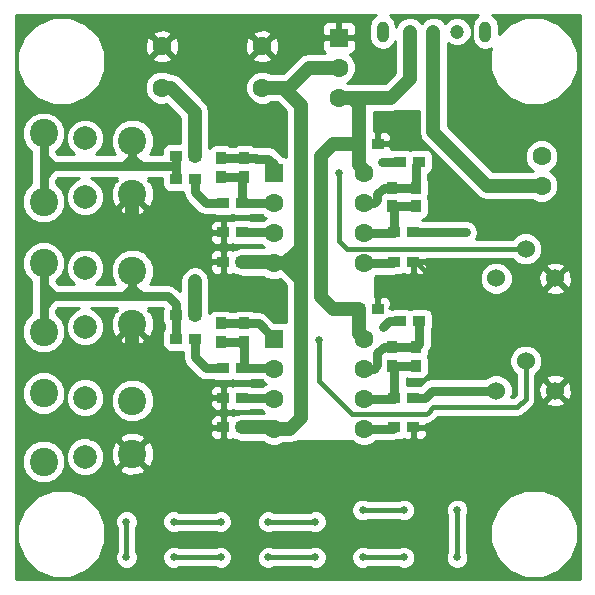
<source format=gtl>
G04 #@! TF.FileFunction,Copper,L1,Top,Signal*
%FSLAX46Y46*%
G04 Gerber Fmt 4.6, Leading zero omitted, Abs format (unit mm)*
G04 Created by KiCad (PCBNEW 4.0.1-stable) date 2018/08/01 23:42:05*
%MOMM*%
G01*
G04 APERTURE LIST*
%ADD10C,0.100000*%
%ADD11R,1.600000X1.600000*%
%ADD12C,1.600000*%
%ADD13R,1.000000X0.900000*%
%ADD14R,0.900000X1.000000*%
%ADD15C,2.400000*%
%ADD16C,2.000000*%
%ADD17C,1.524000*%
%ADD18C,1.200000*%
%ADD19O,1.000000X1.800000*%
%ADD20C,0.650000*%
%ADD21C,0.400000*%
%ADD22C,0.800000*%
%ADD23C,1.200000*%
%ADD24C,0.254000*%
G04 APERTURE END LIST*
D10*
D11*
X23000000Y-28500000D03*
D12*
X23000000Y-31040000D03*
X23000000Y-33580000D03*
X23000000Y-36120000D03*
X30620000Y-36120000D03*
X30620000Y-33580000D03*
X30620000Y-31040000D03*
X30620000Y-28500000D03*
D13*
X20300000Y-19500000D03*
X18700000Y-19500000D03*
D14*
X18500000Y-13200000D03*
X18500000Y-14800000D03*
X35000000Y-15700000D03*
X35000000Y-17300000D03*
D13*
X16300000Y-15000000D03*
X14700000Y-15000000D03*
D14*
X18500000Y-27200000D03*
X18500000Y-28800000D03*
X35000000Y-29200000D03*
X35000000Y-30800000D03*
D13*
X16300000Y-28500000D03*
X14700000Y-28500000D03*
D15*
X3500000Y-11100000D03*
X3500000Y-16900000D03*
D16*
X7000000Y-11500000D03*
X7000000Y-16500000D03*
D15*
X11000000Y-11750000D03*
X11000000Y-16250000D03*
X3500000Y-33100000D03*
X3500000Y-38900000D03*
D16*
X7000000Y-33500000D03*
X7000000Y-38500000D03*
D15*
X11000000Y-33750000D03*
X11000000Y-38250000D03*
D13*
X16300000Y-13000000D03*
X14700000Y-13000000D03*
D14*
X20500000Y-13200000D03*
X20500000Y-14800000D03*
X33000000Y-15700000D03*
X33000000Y-17300000D03*
D13*
X20300000Y-17000000D03*
X18700000Y-17000000D03*
X33200000Y-19500000D03*
X34800000Y-19500000D03*
X33700000Y-13500000D03*
X35300000Y-13500000D03*
X33200000Y-22000000D03*
X34800000Y-22000000D03*
X16300000Y-26500000D03*
X14700000Y-26500000D03*
D14*
X20500000Y-27200000D03*
X20500000Y-28800000D03*
X33000000Y-29200000D03*
X33000000Y-30800000D03*
D13*
X20300000Y-31000000D03*
X18700000Y-31000000D03*
X33200000Y-33500000D03*
X34800000Y-33500000D03*
X33700000Y-27000000D03*
X35300000Y-27000000D03*
X20300000Y-33500000D03*
X18700000Y-33500000D03*
X33200000Y-36000000D03*
X34800000Y-36000000D03*
D11*
X28500000Y-3000000D03*
D12*
X28500000Y-5540000D03*
X28500000Y-8080000D03*
D11*
X23000000Y-14500000D03*
D12*
X23000000Y-17040000D03*
X23000000Y-19580000D03*
X23000000Y-22120000D03*
X30620000Y-22120000D03*
X30620000Y-19580000D03*
X30620000Y-17040000D03*
X30620000Y-14500000D03*
X13500000Y-7250000D03*
X13500000Y-3750000D03*
X22000000Y-3750000D03*
X22000000Y-7250000D03*
D15*
X3500000Y-22100000D03*
X3500000Y-27900000D03*
D16*
X7000000Y-22500000D03*
X7000000Y-27500000D03*
D15*
X11000000Y-22750000D03*
X11000000Y-27250000D03*
D12*
X45650000Y-15550000D03*
X45650000Y-13050000D03*
D17*
X44300000Y-20900000D03*
X41800000Y-23400000D03*
X46800000Y-23400000D03*
X44300000Y-30400000D03*
X41800000Y-32900000D03*
X46800000Y-32900000D03*
D13*
X30200000Y-12000000D03*
X31800000Y-12000000D03*
X30200000Y-26000000D03*
X31800000Y-26000000D03*
X18700000Y-22000000D03*
X20300000Y-22000000D03*
X18700000Y-36000000D03*
X20300000Y-36000000D03*
D18*
X38500000Y-2500000D03*
X34500000Y-2500000D03*
D19*
X32200000Y-2500000D03*
X40900000Y-2500000D03*
D18*
X36500000Y-2500000D03*
D20*
X30500000Y-43000000D03*
X34000000Y-43000000D03*
X38500000Y-43000000D03*
X38500000Y-47000000D03*
X34000000Y-47000000D03*
X30500000Y-47000000D03*
X26500000Y-47000000D03*
X22500000Y-47000000D03*
X18500000Y-47000000D03*
X14500000Y-47000000D03*
X10500000Y-47000000D03*
X10500000Y-44000000D03*
X14500000Y-44000000D03*
X18500000Y-44000000D03*
X22500000Y-44000000D03*
X26500000Y-44000000D03*
X28500000Y-14500000D03*
X26800000Y-28600000D03*
X47500000Y-39500000D03*
X43500000Y-39500000D03*
X39000000Y-39500000D03*
X35000000Y-39500000D03*
X38000000Y-25000000D03*
X42000000Y-26000000D03*
X42000000Y-29000000D03*
X38000000Y-31500000D03*
X38000000Y-28500000D03*
X28000000Y-38500000D03*
X23000000Y-38500000D03*
X18500000Y-38500000D03*
X16300000Y-23600000D03*
X39250000Y-19500000D03*
X32200000Y-27500000D03*
X32100000Y-13500000D03*
D21*
X30500000Y-43000000D02*
X34000000Y-43000000D01*
X38500000Y-43000000D02*
X38500000Y-47000000D01*
X34000000Y-47000000D02*
X30500000Y-47000000D01*
X26500000Y-47000000D02*
X22500000Y-47000000D01*
X18500000Y-47000000D02*
X14500000Y-47000000D01*
X10500000Y-47000000D02*
X10500000Y-44000000D01*
X14500000Y-44000000D02*
X18500000Y-44000000D01*
X22500000Y-44000000D02*
X26500000Y-44000000D01*
X44300000Y-20900000D02*
X29150000Y-20900000D01*
X28500000Y-20250000D02*
X28500000Y-14500000D01*
X29150000Y-20900000D02*
X28500000Y-20250000D01*
D22*
X20500000Y-13200000D02*
X21450000Y-13200000D01*
X22500000Y-13250000D02*
X23000000Y-13750000D01*
X21500000Y-13250000D02*
X22500000Y-13250000D01*
X21450000Y-13200000D02*
X21500000Y-13250000D01*
X23000000Y-13750000D02*
X23000000Y-14500000D01*
X18500000Y-13200000D02*
X20500000Y-13200000D01*
X20500000Y-14800000D02*
X18500000Y-14800000D01*
X20300000Y-17000000D02*
X20300000Y-15000000D01*
X20300000Y-15000000D02*
X20500000Y-14800000D01*
X20300000Y-17000000D02*
X22960000Y-17000000D01*
X22960000Y-17000000D02*
X23000000Y-17040000D01*
X30620000Y-17040000D02*
X31460000Y-17040000D01*
X32300000Y-15700000D02*
X33000000Y-15700000D01*
X31750000Y-16250000D02*
X32300000Y-15700000D01*
X31750000Y-16750000D02*
X31750000Y-16250000D01*
X31460000Y-17040000D02*
X31750000Y-16750000D01*
X33000000Y-15700000D02*
X35000000Y-15700000D01*
X35000000Y-15700000D02*
X35000000Y-13800000D01*
X35000000Y-13800000D02*
X35300000Y-13500000D01*
X33000000Y-17300000D02*
X35000000Y-17300000D01*
X33200000Y-19500000D02*
X33200000Y-17500000D01*
X33200000Y-17500000D02*
X33000000Y-17300000D01*
X30620000Y-19580000D02*
X33120000Y-19580000D01*
X33120000Y-19580000D02*
X33200000Y-19500000D01*
X16300000Y-15000000D02*
X16300000Y-16050000D01*
X17250000Y-17000000D02*
X18700000Y-17000000D01*
X16300000Y-16050000D02*
X17250000Y-17000000D01*
X4500000Y-13900000D02*
X4300000Y-13900000D01*
X4300000Y-13900000D02*
X3500000Y-14700000D01*
X4400000Y-13900000D02*
X4500000Y-13900000D01*
X4300000Y-13900000D02*
X3500000Y-13100000D01*
X11000000Y-13000000D02*
X11000000Y-13200000D01*
X11000000Y-13200000D02*
X10300000Y-13900000D01*
X11000000Y-11750000D02*
X11000000Y-13000000D01*
X11000000Y-13200000D02*
X11700000Y-13900000D01*
X11000000Y-11750000D02*
X11000000Y-13900000D01*
X3500000Y-13900000D02*
X3500000Y-14700000D01*
X3500000Y-14700000D02*
X3500000Y-14800000D01*
X3500000Y-14800000D02*
X3500000Y-16900000D01*
X14700000Y-13900000D02*
X11700000Y-13900000D01*
X11700000Y-13900000D02*
X11600000Y-13900000D01*
X11600000Y-13900000D02*
X11000000Y-13900000D01*
X11000000Y-13900000D02*
X10300000Y-13900000D01*
X10300000Y-13900000D02*
X4400000Y-13900000D01*
X4400000Y-13900000D02*
X4200000Y-13900000D01*
X4200000Y-13900000D02*
X3500000Y-13900000D01*
X3500000Y-13900000D02*
X3500000Y-13100000D01*
X3500000Y-13100000D02*
X3500000Y-12900000D01*
X3500000Y-12900000D02*
X3500000Y-11100000D01*
X14700000Y-13000000D02*
X14700000Y-13900000D01*
X14700000Y-13900000D02*
X14700000Y-15000000D01*
D21*
X44300000Y-30400000D02*
X44300000Y-33600000D01*
X26800000Y-32100000D02*
X26800000Y-28600000D01*
X29600000Y-34900000D02*
X26800000Y-32100000D01*
X35900000Y-34900000D02*
X29600000Y-34900000D01*
X36000000Y-34800000D02*
X35900000Y-34900000D01*
X36500000Y-34300000D02*
X36000000Y-34800000D01*
X36800000Y-34300000D02*
X36500000Y-34300000D01*
X43600000Y-34300000D02*
X36800000Y-34300000D01*
X44300000Y-33600000D02*
X43600000Y-34300000D01*
D22*
X20500000Y-27200000D02*
X21700000Y-27200000D01*
X21700000Y-27200000D02*
X23000000Y-28500000D01*
X18500000Y-27200000D02*
X20500000Y-27200000D01*
X20300000Y-31000000D02*
X22960000Y-31000000D01*
X22960000Y-31000000D02*
X23000000Y-31040000D01*
X20500000Y-28800000D02*
X20500000Y-30800000D01*
X20500000Y-30800000D02*
X20300000Y-31000000D01*
X18500000Y-28800000D02*
X20500000Y-28800000D01*
X35000000Y-29200000D02*
X35050000Y-29200000D01*
X35050000Y-29200000D02*
X35300000Y-28950000D01*
X35300000Y-28950000D02*
X35300000Y-27000000D01*
X30620000Y-31040000D02*
X31460000Y-31040000D01*
X32300000Y-29200000D02*
X33000000Y-29200000D01*
X31750000Y-29750000D02*
X32300000Y-29200000D01*
X31750000Y-30750000D02*
X31750000Y-29750000D01*
X31460000Y-31040000D02*
X31750000Y-30750000D01*
X33000000Y-29200000D02*
X35000000Y-29200000D01*
X33000000Y-30800000D02*
X35000000Y-30800000D01*
X33200000Y-33500000D02*
X33200000Y-31000000D01*
X33200000Y-31000000D02*
X33000000Y-30800000D01*
X30620000Y-33580000D02*
X33120000Y-33580000D01*
X33120000Y-33580000D02*
X33200000Y-33500000D01*
X16300000Y-28500000D02*
X16300000Y-30050000D01*
X17250000Y-31000000D02*
X18700000Y-31000000D01*
X16300000Y-30050000D02*
X17250000Y-31000000D01*
X11000000Y-24200000D02*
X10300000Y-24900000D01*
X11000000Y-24000000D02*
X11000000Y-24200000D01*
X11000000Y-24200000D02*
X11700000Y-24900000D01*
X11000000Y-22750000D02*
X11000000Y-24000000D01*
X11000000Y-24000000D02*
X11000000Y-24300000D01*
X11000000Y-24300000D02*
X11000000Y-24900000D01*
X4300000Y-24900000D02*
X3500000Y-25700000D01*
X3600000Y-25600000D02*
X3500000Y-25600000D01*
X3500000Y-25700000D02*
X3600000Y-25600000D01*
X4300000Y-24900000D02*
X4300000Y-24800000D01*
X4300000Y-24800000D02*
X3500000Y-24000000D01*
X3500000Y-27900000D02*
X3500000Y-25600000D01*
X3500000Y-25600000D02*
X3500000Y-24900000D01*
X3500000Y-22100000D02*
X3500000Y-24000000D01*
X3500000Y-24000000D02*
X3500000Y-24900000D01*
X14700000Y-25600000D02*
X14000000Y-24900000D01*
X14000000Y-24900000D02*
X11700000Y-24900000D01*
X14700000Y-25600000D02*
X14700000Y-26500000D01*
X11700000Y-24900000D02*
X11000000Y-24900000D01*
X11000000Y-24900000D02*
X10300000Y-24900000D01*
X10300000Y-24900000D02*
X10200000Y-24900000D01*
X10200000Y-24900000D02*
X4300000Y-24900000D01*
X4300000Y-24900000D02*
X3500000Y-24900000D01*
X14700000Y-26500000D02*
X14700000Y-28500000D01*
D21*
X34800000Y-36000000D02*
X34800000Y-39300000D01*
X39000000Y-39500000D02*
X43500000Y-39500000D01*
X34800000Y-39300000D02*
X35000000Y-39500000D01*
X34800000Y-22000000D02*
X35000000Y-22000000D01*
X35000000Y-22000000D02*
X38000000Y-25000000D01*
X42000000Y-26000000D02*
X42000000Y-29000000D01*
X38000000Y-31500000D02*
X38000000Y-28500000D01*
D23*
X11000000Y-16250000D02*
X11000000Y-19000000D01*
X11000000Y-27250000D02*
X11000000Y-29500000D01*
D21*
X18700000Y-36000000D02*
X18700000Y-38300000D01*
X23000000Y-38500000D02*
X28000000Y-38500000D01*
X18700000Y-38300000D02*
X18500000Y-38500000D01*
D23*
X16300000Y-26500000D02*
X16300000Y-23600000D01*
X13500000Y-7250000D02*
X14250000Y-7250000D01*
X14250000Y-7250000D02*
X16300000Y-9300000D01*
X16300000Y-9300000D02*
X16300000Y-13000000D01*
X28500000Y-8080000D02*
X29580000Y-8080000D01*
X30200000Y-8700000D02*
X30200000Y-12000000D01*
X29580000Y-8080000D02*
X30200000Y-8700000D01*
X28500000Y-8080000D02*
X32920000Y-8080000D01*
X34500000Y-6500000D02*
X34500000Y-2500000D01*
X32920000Y-8080000D02*
X34500000Y-6500000D01*
X30620000Y-14500000D02*
X30620000Y-14220000D01*
X30620000Y-14220000D02*
X30200000Y-13800000D01*
X30200000Y-13800000D02*
X30200000Y-12000000D01*
X30200000Y-26000000D02*
X30200000Y-28080000D01*
X30200000Y-28080000D02*
X30620000Y-28500000D01*
X30200000Y-26000000D02*
X28000000Y-26000000D01*
X28000000Y-26000000D02*
X27000000Y-25000000D01*
X27000000Y-25000000D02*
X27000000Y-13000000D01*
X27000000Y-13000000D02*
X28000000Y-12000000D01*
X28000000Y-12000000D02*
X30200000Y-12000000D01*
D22*
X34800000Y-19500000D02*
X39250000Y-19500000D01*
X20300000Y-19500000D02*
X22920000Y-19500000D01*
X22920000Y-19500000D02*
X23000000Y-19580000D01*
X30620000Y-22120000D02*
X33080000Y-22120000D01*
X33080000Y-22120000D02*
X33200000Y-22000000D01*
X34800000Y-33500000D02*
X35750000Y-33500000D01*
X36350000Y-32900000D02*
X41800000Y-32900000D01*
X35750000Y-33500000D02*
X36350000Y-32900000D01*
X20300000Y-33500000D02*
X22920000Y-33500000D01*
X22920000Y-33500000D02*
X23000000Y-33580000D01*
X30620000Y-36120000D02*
X33080000Y-36120000D01*
X33080000Y-36120000D02*
X33200000Y-36000000D01*
D23*
X22000000Y-7250000D02*
X23750000Y-7250000D01*
X25250000Y-8750000D02*
X25250000Y-20500000D01*
X23750000Y-7250000D02*
X25250000Y-8750000D01*
X22000000Y-7250000D02*
X24250000Y-7250000D01*
X24250000Y-7250000D02*
X25960000Y-5540000D01*
X25960000Y-5540000D02*
X28500000Y-5540000D01*
D22*
X23000000Y-22120000D02*
X23620000Y-22120000D01*
X23620000Y-22120000D02*
X25250000Y-23750000D01*
X23000000Y-22120000D02*
X23630000Y-22120000D01*
X23630000Y-22120000D02*
X25250000Y-20500000D01*
D23*
X25250000Y-21750000D02*
X25250000Y-23750000D01*
X25250000Y-23750000D02*
X25250000Y-35250000D01*
X25250000Y-35250000D02*
X24380000Y-36120000D01*
X24380000Y-36120000D02*
X23000000Y-36120000D01*
X25250000Y-20500000D02*
X25250000Y-21750000D01*
X25250000Y-21750000D02*
X25250000Y-22000000D01*
X25250000Y-22000000D02*
X25130000Y-22120000D01*
X25130000Y-22120000D02*
X23000000Y-22120000D01*
X20300000Y-36000000D02*
X22880000Y-36000000D01*
X22880000Y-36000000D02*
X23000000Y-36120000D01*
X20300000Y-22000000D02*
X22880000Y-22000000D01*
X22880000Y-22000000D02*
X23000000Y-22120000D01*
D22*
X33700000Y-27000000D02*
X32700000Y-27000000D01*
X32700000Y-27000000D02*
X32200000Y-27500000D01*
X33700000Y-13500000D02*
X32100000Y-13500000D01*
D23*
X45650000Y-15550000D02*
X41050000Y-15550000D01*
X36500000Y-11000000D02*
X36500000Y-2500000D01*
X41050000Y-15550000D02*
X36500000Y-11000000D01*
D24*
G36*
X31397434Y-1267362D02*
X31151397Y-1635582D01*
X31065000Y-2069928D01*
X31065000Y-2930072D01*
X31151397Y-3364418D01*
X31397434Y-3732638D01*
X31765654Y-3978675D01*
X32200000Y-4065072D01*
X32634346Y-3978675D01*
X33002566Y-3732638D01*
X33248603Y-3364418D01*
X33265000Y-3281985D01*
X33265000Y-5988446D01*
X32408446Y-6845000D01*
X29267742Y-6845000D01*
X29183785Y-6810138D01*
X29311800Y-6757243D01*
X29715824Y-6353923D01*
X29934750Y-5826691D01*
X29935248Y-5255813D01*
X29717243Y-4728200D01*
X29424554Y-4435000D01*
X29426310Y-4435000D01*
X29659699Y-4338327D01*
X29838327Y-4159698D01*
X29935000Y-3926309D01*
X29935000Y-3285750D01*
X29776250Y-3127000D01*
X28627000Y-3127000D01*
X28627000Y-3147000D01*
X28373000Y-3147000D01*
X28373000Y-3127000D01*
X27223750Y-3127000D01*
X27065000Y-3285750D01*
X27065000Y-3926309D01*
X27161673Y-4159698D01*
X27306974Y-4305000D01*
X25960000Y-4305000D01*
X25487386Y-4399009D01*
X25086723Y-4666723D01*
X23738446Y-6015000D01*
X22767742Y-6015000D01*
X22286691Y-5815250D01*
X21715813Y-5814752D01*
X21188200Y-6032757D01*
X20784176Y-6436077D01*
X20565250Y-6963309D01*
X20564752Y-7534187D01*
X20782757Y-8061800D01*
X21186077Y-8465824D01*
X21713309Y-8684750D01*
X22284187Y-8685248D01*
X22768825Y-8485000D01*
X23238446Y-8485000D01*
X24015000Y-9261554D01*
X24015000Y-13096099D01*
X23800000Y-13052560D01*
X23754852Y-13052560D01*
X23731856Y-13018144D01*
X23731853Y-13018142D01*
X23231856Y-12518144D01*
X22896077Y-12293785D01*
X22500000Y-12214999D01*
X22499995Y-12215000D01*
X21701368Y-12215000D01*
X21450000Y-12164999D01*
X21449995Y-12165000D01*
X21291797Y-12165000D01*
X21201890Y-12103569D01*
X20950000Y-12052560D01*
X20050000Y-12052560D01*
X19814683Y-12096838D01*
X19708756Y-12165000D01*
X19291797Y-12165000D01*
X19201890Y-12103569D01*
X18950000Y-12052560D01*
X18050000Y-12052560D01*
X17814683Y-12096838D01*
X17598559Y-12235910D01*
X17535000Y-12328932D01*
X17535000Y-9300000D01*
X17440991Y-8827386D01*
X17173277Y-8426723D01*
X15123277Y-6376723D01*
X14722614Y-6109009D01*
X14284056Y-6021774D01*
X13786691Y-5815250D01*
X13215813Y-5814752D01*
X12688200Y-6032757D01*
X12284176Y-6436077D01*
X12065250Y-6963309D01*
X12064752Y-7534187D01*
X12282757Y-8061800D01*
X12686077Y-8465824D01*
X13213309Y-8684750D01*
X13784187Y-8685248D01*
X13893519Y-8640073D01*
X15065000Y-9811554D01*
X15065000Y-11902560D01*
X14200000Y-11902560D01*
X13964683Y-11946838D01*
X13748559Y-12085910D01*
X13603569Y-12298110D01*
X13552560Y-12550000D01*
X13552560Y-12865000D01*
X12480402Y-12865000D01*
X12554730Y-12790801D01*
X12834681Y-12116605D01*
X12835318Y-11386597D01*
X12556545Y-10711914D01*
X12040801Y-10195270D01*
X11366605Y-9915319D01*
X10636597Y-9914682D01*
X9961914Y-10193455D01*
X9445270Y-10709199D01*
X9165319Y-11383395D01*
X9164682Y-12113403D01*
X9443455Y-12788086D01*
X9520235Y-12865000D01*
X7946875Y-12865000D01*
X8385278Y-12427363D01*
X8634716Y-11826648D01*
X8635284Y-11176205D01*
X8386894Y-10575057D01*
X7927363Y-10114722D01*
X7326648Y-9865284D01*
X6676205Y-9864716D01*
X6075057Y-10113106D01*
X5614722Y-10572637D01*
X5365284Y-11173352D01*
X5364716Y-11823795D01*
X5613106Y-12424943D01*
X6052394Y-12865000D01*
X4728711Y-12865000D01*
X4535000Y-12671288D01*
X4535000Y-12657820D01*
X4538086Y-12656545D01*
X5054730Y-12140801D01*
X5334681Y-11466605D01*
X5335318Y-10736597D01*
X5056545Y-10061914D01*
X4540801Y-9545270D01*
X3866605Y-9265319D01*
X3136597Y-9264682D01*
X2461914Y-9543455D01*
X1945270Y-10059199D01*
X1665319Y-10733395D01*
X1664682Y-11463403D01*
X1943455Y-12138086D01*
X2459199Y-12654730D01*
X2465000Y-12657139D01*
X2465000Y-13099995D01*
X2464999Y-13100000D01*
X2465000Y-13100005D01*
X2465000Y-14699995D01*
X2464999Y-14700000D01*
X2465000Y-14700005D01*
X2465000Y-15342180D01*
X2461914Y-15343455D01*
X1945270Y-15859199D01*
X1665319Y-16533395D01*
X1664682Y-17263403D01*
X1943455Y-17938086D01*
X2459199Y-18454730D01*
X3133395Y-18734681D01*
X3863403Y-18735318D01*
X4538086Y-18456545D01*
X5054730Y-17940801D01*
X5334681Y-17266605D01*
X5335318Y-16536597D01*
X5056545Y-15861914D01*
X4540801Y-15345270D01*
X4535000Y-15342861D01*
X4535000Y-15128712D01*
X4728711Y-14935000D01*
X6506105Y-14935000D01*
X6075057Y-15113106D01*
X5614722Y-15572637D01*
X5365284Y-16173352D01*
X5364716Y-16823795D01*
X5613106Y-17424943D01*
X6072637Y-17885278D01*
X6673352Y-18134716D01*
X7323795Y-18135284D01*
X7924943Y-17886894D01*
X8265256Y-17547175D01*
X9882430Y-17547175D01*
X10005565Y-17834788D01*
X10687734Y-18094707D01*
X11417443Y-18073786D01*
X11994435Y-17834788D01*
X12117570Y-17547175D01*
X11000000Y-16429605D01*
X9882430Y-17547175D01*
X8265256Y-17547175D01*
X8385278Y-17427363D01*
X8634716Y-16826648D01*
X8635284Y-16176205D01*
X8386894Y-15575057D01*
X7927363Y-15114722D01*
X7494543Y-14935000D01*
X9672596Y-14935000D01*
X9588994Y-15018602D01*
X9702823Y-15132431D01*
X9415212Y-15255565D01*
X9155293Y-15937734D01*
X9176214Y-16667443D01*
X9415212Y-17244435D01*
X9702825Y-17367570D01*
X10820395Y-16250000D01*
X10806253Y-16235858D01*
X10985858Y-16056253D01*
X11000000Y-16070395D01*
X11014143Y-16056253D01*
X11193748Y-16235858D01*
X11179605Y-16250000D01*
X12297175Y-17367570D01*
X12584788Y-17244435D01*
X12844707Y-16562266D01*
X12823786Y-15832557D01*
X12584788Y-15255565D01*
X12297177Y-15132431D01*
X12411006Y-15018602D01*
X12327404Y-14935000D01*
X13552560Y-14935000D01*
X13552560Y-15450000D01*
X13596838Y-15685317D01*
X13735910Y-15901441D01*
X13948110Y-16046431D01*
X14200000Y-16097440D01*
X15200000Y-16097440D01*
X15271750Y-16083939D01*
X15343785Y-16446077D01*
X15568144Y-16781856D01*
X16518142Y-17731853D01*
X16518144Y-17731856D01*
X16790878Y-17914090D01*
X16853923Y-17956215D01*
X17250000Y-18035001D01*
X17250005Y-18035000D01*
X17931380Y-18035000D01*
X17948110Y-18046431D01*
X18200000Y-18097440D01*
X19200000Y-18097440D01*
X19435317Y-18053162D01*
X19498478Y-18012519D01*
X19548110Y-18046431D01*
X19800000Y-18097440D01*
X20800000Y-18097440D01*
X21035317Y-18053162D01*
X21063542Y-18035000D01*
X21965638Y-18035000D01*
X22186077Y-18255824D01*
X22316215Y-18309862D01*
X22188200Y-18362757D01*
X22085779Y-18465000D01*
X21068620Y-18465000D01*
X21051890Y-18453569D01*
X20800000Y-18402560D01*
X19800000Y-18402560D01*
X19564683Y-18446838D01*
X19501432Y-18487539D01*
X19326309Y-18415000D01*
X18985750Y-18415000D01*
X18827000Y-18573750D01*
X18827000Y-19373000D01*
X18847000Y-19373000D01*
X18847000Y-19627000D01*
X18827000Y-19627000D01*
X18827000Y-20426250D01*
X18985750Y-20585000D01*
X19326309Y-20585000D01*
X19499541Y-20513245D01*
X19548110Y-20546431D01*
X19800000Y-20597440D01*
X20800000Y-20597440D01*
X21035317Y-20553162D01*
X21063542Y-20535000D01*
X21925707Y-20535000D01*
X22155307Y-20765000D01*
X20300000Y-20765000D01*
X19827386Y-20859009D01*
X19747393Y-20912459D01*
X19564683Y-20946838D01*
X19501432Y-20987539D01*
X19326309Y-20915000D01*
X18985750Y-20915000D01*
X18827000Y-21073750D01*
X18827000Y-21873000D01*
X18847000Y-21873000D01*
X18847000Y-22127000D01*
X18827000Y-22127000D01*
X18827000Y-22926250D01*
X18985750Y-23085000D01*
X19326309Y-23085000D01*
X19499541Y-23013245D01*
X19548110Y-23046431D01*
X19745772Y-23086459D01*
X19827386Y-23140991D01*
X20300000Y-23235000D01*
X22085429Y-23235000D01*
X22186077Y-23335824D01*
X22713309Y-23554750D01*
X23284187Y-23555248D01*
X23501673Y-23465385D01*
X24015000Y-23978711D01*
X24015000Y-27096099D01*
X23800000Y-27052560D01*
X23016272Y-27052560D01*
X22431856Y-26468144D01*
X22096077Y-26243785D01*
X21700000Y-26164999D01*
X21699995Y-26165000D01*
X21291797Y-26165000D01*
X21201890Y-26103569D01*
X20950000Y-26052560D01*
X20050000Y-26052560D01*
X19814683Y-26096838D01*
X19708756Y-26165000D01*
X19291797Y-26165000D01*
X19201890Y-26103569D01*
X18950000Y-26052560D01*
X18050000Y-26052560D01*
X17814683Y-26096838D01*
X17598559Y-26235910D01*
X17535000Y-26328932D01*
X17535000Y-23600000D01*
X17440991Y-23127386D01*
X17173277Y-22726723D01*
X16772614Y-22459009D01*
X16300000Y-22365000D01*
X15827386Y-22459009D01*
X15426723Y-22726723D01*
X15159009Y-23127386D01*
X15065000Y-23600000D01*
X15065000Y-24501288D01*
X14731856Y-24168144D01*
X14396077Y-23943785D01*
X14000000Y-23864999D01*
X13999995Y-23865000D01*
X12480402Y-23865000D01*
X12554730Y-23790801D01*
X12834681Y-23116605D01*
X12835318Y-22386597D01*
X12793649Y-22285750D01*
X17565000Y-22285750D01*
X17565000Y-22576310D01*
X17661673Y-22809699D01*
X17840302Y-22988327D01*
X18073691Y-23085000D01*
X18414250Y-23085000D01*
X18573000Y-22926250D01*
X18573000Y-22127000D01*
X17723750Y-22127000D01*
X17565000Y-22285750D01*
X12793649Y-22285750D01*
X12556545Y-21711914D01*
X12268824Y-21423690D01*
X17565000Y-21423690D01*
X17565000Y-21714250D01*
X17723750Y-21873000D01*
X18573000Y-21873000D01*
X18573000Y-21073750D01*
X18414250Y-20915000D01*
X18073691Y-20915000D01*
X17840302Y-21011673D01*
X17661673Y-21190301D01*
X17565000Y-21423690D01*
X12268824Y-21423690D01*
X12040801Y-21195270D01*
X11366605Y-20915319D01*
X10636597Y-20914682D01*
X9961914Y-21193455D01*
X9445270Y-21709199D01*
X9165319Y-22383395D01*
X9164682Y-23113403D01*
X9443455Y-23788086D01*
X9520235Y-23865000D01*
X7946875Y-23865000D01*
X8385278Y-23427363D01*
X8634716Y-22826648D01*
X8635284Y-22176205D01*
X8386894Y-21575057D01*
X7927363Y-21114722D01*
X7326648Y-20865284D01*
X6676205Y-20864716D01*
X6075057Y-21113106D01*
X5614722Y-21572637D01*
X5365284Y-22173352D01*
X5364716Y-22823795D01*
X5613106Y-23424943D01*
X6052394Y-23865000D01*
X4828711Y-23865000D01*
X4579207Y-23615496D01*
X5054730Y-23140801D01*
X5334681Y-22466605D01*
X5335318Y-21736597D01*
X5056545Y-21061914D01*
X4540801Y-20545270D01*
X3866605Y-20265319D01*
X3136597Y-20264682D01*
X2461914Y-20543455D01*
X1945270Y-21059199D01*
X1665319Y-21733395D01*
X1664682Y-22463403D01*
X1943455Y-23138086D01*
X2459199Y-23654730D01*
X2465000Y-23657139D01*
X2465000Y-23999995D01*
X2464999Y-24000000D01*
X2465000Y-24000005D01*
X2465000Y-25699995D01*
X2464999Y-25700000D01*
X2465000Y-25700005D01*
X2465000Y-26342180D01*
X2461914Y-26343455D01*
X1945270Y-26859199D01*
X1665319Y-27533395D01*
X1664682Y-28263403D01*
X1943455Y-28938086D01*
X2459199Y-29454730D01*
X3133395Y-29734681D01*
X3863403Y-29735318D01*
X4538086Y-29456545D01*
X5054730Y-28940801D01*
X5334681Y-28266605D01*
X5335318Y-27536597D01*
X5056545Y-26861914D01*
X4540801Y-26345270D01*
X4535000Y-26342861D01*
X4535000Y-26128712D01*
X4728711Y-25935000D01*
X6506105Y-25935000D01*
X6075057Y-26113106D01*
X5614722Y-26572637D01*
X5365284Y-27173352D01*
X5364716Y-27823795D01*
X5613106Y-28424943D01*
X6072637Y-28885278D01*
X6673352Y-29134716D01*
X7323795Y-29135284D01*
X7924943Y-28886894D01*
X8265256Y-28547175D01*
X9882430Y-28547175D01*
X10005565Y-28834788D01*
X10687734Y-29094707D01*
X11417443Y-29073786D01*
X11994435Y-28834788D01*
X12117570Y-28547175D01*
X11000000Y-27429605D01*
X9882430Y-28547175D01*
X8265256Y-28547175D01*
X8385278Y-28427363D01*
X8634716Y-27826648D01*
X8635284Y-27176205D01*
X8386894Y-26575057D01*
X7927363Y-26114722D01*
X7494543Y-25935000D01*
X9672596Y-25935000D01*
X9588994Y-26018602D01*
X9702823Y-26132431D01*
X9415212Y-26255565D01*
X9155293Y-26937734D01*
X9176214Y-27667443D01*
X9415212Y-28244435D01*
X9702825Y-28367570D01*
X10820395Y-27250000D01*
X10806253Y-27235858D01*
X10985858Y-27056253D01*
X11000000Y-27070395D01*
X11014143Y-27056253D01*
X11193748Y-27235858D01*
X11179605Y-27250000D01*
X12297175Y-28367570D01*
X12584788Y-28244435D01*
X12844707Y-27562266D01*
X12823786Y-26832557D01*
X12584788Y-26255565D01*
X12297177Y-26132431D01*
X12411006Y-26018602D01*
X12327404Y-25935000D01*
X13571288Y-25935000D01*
X13575080Y-25938792D01*
X13552560Y-26050000D01*
X13552560Y-26950000D01*
X13596838Y-27185317D01*
X13665000Y-27291244D01*
X13665000Y-27708203D01*
X13603569Y-27798110D01*
X13552560Y-28050000D01*
X13552560Y-28950000D01*
X13596838Y-29185317D01*
X13735910Y-29401441D01*
X13948110Y-29546431D01*
X14200000Y-29597440D01*
X15200000Y-29597440D01*
X15265000Y-29585209D01*
X15265000Y-30049995D01*
X15264999Y-30050000D01*
X15343785Y-30446077D01*
X15568144Y-30781856D01*
X16518142Y-31731853D01*
X16518144Y-31731856D01*
X16799404Y-31919787D01*
X16853923Y-31956215D01*
X17250000Y-32035001D01*
X17250005Y-32035000D01*
X17931380Y-32035000D01*
X17948110Y-32046431D01*
X18200000Y-32097440D01*
X19200000Y-32097440D01*
X19435317Y-32053162D01*
X19498478Y-32012519D01*
X19548110Y-32046431D01*
X19800000Y-32097440D01*
X20800000Y-32097440D01*
X21035317Y-32053162D01*
X21063542Y-32035000D01*
X21965638Y-32035000D01*
X22186077Y-32255824D01*
X22316215Y-32309862D01*
X22188200Y-32362757D01*
X22085779Y-32465000D01*
X21068620Y-32465000D01*
X21051890Y-32453569D01*
X20800000Y-32402560D01*
X19800000Y-32402560D01*
X19564683Y-32446838D01*
X19501432Y-32487539D01*
X19326309Y-32415000D01*
X18985750Y-32415000D01*
X18827000Y-32573750D01*
X18827000Y-33373000D01*
X18847000Y-33373000D01*
X18847000Y-33627000D01*
X18827000Y-33627000D01*
X18827000Y-34426250D01*
X18985750Y-34585000D01*
X19326309Y-34585000D01*
X19499541Y-34513245D01*
X19548110Y-34546431D01*
X19800000Y-34597440D01*
X20800000Y-34597440D01*
X21035317Y-34553162D01*
X21063542Y-34535000D01*
X21925707Y-34535000D01*
X22155307Y-34765000D01*
X20300000Y-34765000D01*
X19827386Y-34859009D01*
X19747393Y-34912459D01*
X19564683Y-34946838D01*
X19501432Y-34987539D01*
X19326309Y-34915000D01*
X18985750Y-34915000D01*
X18827000Y-35073750D01*
X18827000Y-35873000D01*
X18847000Y-35873000D01*
X18847000Y-36127000D01*
X18827000Y-36127000D01*
X18827000Y-36926250D01*
X18985750Y-37085000D01*
X19326309Y-37085000D01*
X19499541Y-37013245D01*
X19548110Y-37046431D01*
X19745772Y-37086459D01*
X19827386Y-37140991D01*
X20300000Y-37235000D01*
X22085429Y-37235000D01*
X22186077Y-37335824D01*
X22713309Y-37554750D01*
X23284187Y-37555248D01*
X23768825Y-37355000D01*
X24380000Y-37355000D01*
X24852614Y-37260991D01*
X25053146Y-37127000D01*
X29597617Y-37127000D01*
X29806077Y-37335824D01*
X30333309Y-37554750D01*
X30904187Y-37555248D01*
X31431800Y-37337243D01*
X31614361Y-37155000D01*
X33079995Y-37155000D01*
X33080000Y-37155001D01*
X33369374Y-37097440D01*
X33700000Y-37097440D01*
X33935317Y-37053162D01*
X33998568Y-37012461D01*
X34173691Y-37085000D01*
X34514250Y-37085000D01*
X34673000Y-36926250D01*
X34673000Y-36127000D01*
X34927000Y-36127000D01*
X34927000Y-36926250D01*
X35085750Y-37085000D01*
X35426309Y-37085000D01*
X35659698Y-36988327D01*
X35838327Y-36809699D01*
X35935000Y-36576310D01*
X35935000Y-36285750D01*
X35776250Y-36127000D01*
X34927000Y-36127000D01*
X34673000Y-36127000D01*
X34653000Y-36127000D01*
X34653000Y-35873000D01*
X34673000Y-35873000D01*
X34673000Y-35853000D01*
X34927000Y-35853000D01*
X34927000Y-35873000D01*
X35776250Y-35873000D01*
X35917788Y-35731462D01*
X36219541Y-35671439D01*
X36490434Y-35490434D01*
X36845868Y-35135000D01*
X43600000Y-35135000D01*
X43919541Y-35071439D01*
X44190434Y-34890434D01*
X44890434Y-34190435D01*
X45030735Y-33980459D01*
X45071439Y-33919541D01*
X45079261Y-33880213D01*
X45999392Y-33880213D01*
X46068857Y-34122397D01*
X46592302Y-34309144D01*
X47147368Y-34281362D01*
X47531143Y-34122397D01*
X47600608Y-33880213D01*
X46800000Y-33079605D01*
X45999392Y-33880213D01*
X45079261Y-33880213D01*
X45135000Y-33600000D01*
X45135000Y-32692302D01*
X45390856Y-32692302D01*
X45418638Y-33247368D01*
X45577603Y-33631143D01*
X45819787Y-33700608D01*
X46620395Y-32900000D01*
X46979605Y-32900000D01*
X47780213Y-33700608D01*
X48022397Y-33631143D01*
X48209144Y-33107698D01*
X48181362Y-32552632D01*
X48022397Y-32168857D01*
X47780213Y-32099392D01*
X46979605Y-32900000D01*
X46620395Y-32900000D01*
X45819787Y-32099392D01*
X45577603Y-32168857D01*
X45390856Y-32692302D01*
X45135000Y-32692302D01*
X45135000Y-31919787D01*
X45999392Y-31919787D01*
X46800000Y-32720395D01*
X47600608Y-31919787D01*
X47531143Y-31677603D01*
X47007698Y-31490856D01*
X46452632Y-31518638D01*
X46068857Y-31677603D01*
X45999392Y-31919787D01*
X45135000Y-31919787D01*
X45135000Y-31540391D01*
X45483629Y-31192370D01*
X45696757Y-30679100D01*
X45697242Y-30123339D01*
X45485010Y-29609697D01*
X45092370Y-29216371D01*
X44579100Y-29003243D01*
X44023339Y-29002758D01*
X43509697Y-29214990D01*
X43116371Y-29607630D01*
X42903243Y-30120900D01*
X42902758Y-30676661D01*
X43114990Y-31190303D01*
X43465000Y-31540925D01*
X43465000Y-33254131D01*
X43254132Y-33465000D01*
X43078041Y-33465000D01*
X43196757Y-33179100D01*
X43197242Y-32623339D01*
X42985010Y-32109697D01*
X42592370Y-31716371D01*
X42079100Y-31503243D01*
X41523339Y-31502758D01*
X41009697Y-31714990D01*
X40859425Y-31865000D01*
X36350005Y-31865000D01*
X36350000Y-31864999D01*
X35953923Y-31943785D01*
X35618144Y-32168144D01*
X35618142Y-32168147D01*
X35369628Y-32416660D01*
X35300000Y-32402560D01*
X34300000Y-32402560D01*
X34235000Y-32414791D01*
X34235000Y-31853310D01*
X34298110Y-31896431D01*
X34550000Y-31947440D01*
X35450000Y-31947440D01*
X35685317Y-31903162D01*
X35901441Y-31764090D01*
X36046431Y-31551890D01*
X36097440Y-31300000D01*
X36097440Y-30300000D01*
X36053162Y-30064683D01*
X36012519Y-30001522D01*
X36046431Y-29951890D01*
X36097440Y-29700000D01*
X36097440Y-29583702D01*
X36210615Y-29414323D01*
X36256215Y-29346078D01*
X36335000Y-28950000D01*
X36335000Y-27791797D01*
X36396431Y-27701890D01*
X36447440Y-27450000D01*
X36447440Y-26550000D01*
X36403162Y-26314683D01*
X36264090Y-26098559D01*
X36051890Y-25953569D01*
X35800000Y-25902560D01*
X34800000Y-25902560D01*
X34564683Y-25946838D01*
X34501522Y-25987481D01*
X34451890Y-25953569D01*
X34200000Y-25902560D01*
X33200000Y-25902560D01*
X32964683Y-25946838D01*
X32936458Y-25965000D01*
X32935000Y-25965000D01*
X32935000Y-25872998D01*
X32776252Y-25872998D01*
X32935000Y-25714250D01*
X32935000Y-25423690D01*
X32838327Y-25190301D01*
X32659698Y-25011673D01*
X32426309Y-24915000D01*
X32085750Y-24915000D01*
X31927000Y-25073750D01*
X31927000Y-25873000D01*
X31947000Y-25873000D01*
X31947000Y-26127000D01*
X31927000Y-26127000D01*
X31927000Y-26147000D01*
X31673000Y-26147000D01*
X31673000Y-26127000D01*
X31653000Y-26127000D01*
X31653000Y-25873000D01*
X31673000Y-25873000D01*
X31673000Y-25073750D01*
X31527000Y-24927750D01*
X31527000Y-23676661D01*
X40402758Y-23676661D01*
X40614990Y-24190303D01*
X41007630Y-24583629D01*
X41520900Y-24796757D01*
X42076661Y-24797242D01*
X42590303Y-24585010D01*
X42795457Y-24380213D01*
X45999392Y-24380213D01*
X46068857Y-24622397D01*
X46592302Y-24809144D01*
X47147368Y-24781362D01*
X47531143Y-24622397D01*
X47600608Y-24380213D01*
X46800000Y-23579605D01*
X45999392Y-24380213D01*
X42795457Y-24380213D01*
X42983629Y-24192370D01*
X43196757Y-23679100D01*
X43197181Y-23192302D01*
X45390856Y-23192302D01*
X45418638Y-23747368D01*
X45577603Y-24131143D01*
X45819787Y-24200608D01*
X46620395Y-23400000D01*
X46979605Y-23400000D01*
X47780213Y-24200608D01*
X48022397Y-24131143D01*
X48209144Y-23607698D01*
X48181362Y-23052632D01*
X48022397Y-22668857D01*
X47780213Y-22599392D01*
X46979605Y-23400000D01*
X46620395Y-23400000D01*
X45819787Y-22599392D01*
X45577603Y-22668857D01*
X45390856Y-23192302D01*
X43197181Y-23192302D01*
X43197242Y-23123339D01*
X42985010Y-22609697D01*
X42795432Y-22419787D01*
X45999392Y-22419787D01*
X46800000Y-23220395D01*
X47600608Y-22419787D01*
X47531143Y-22177603D01*
X47007698Y-21990856D01*
X46452632Y-22018638D01*
X46068857Y-22177603D01*
X45999392Y-22419787D01*
X42795432Y-22419787D01*
X42592370Y-22216371D01*
X42079100Y-22003243D01*
X41523339Y-22002758D01*
X41009697Y-22214990D01*
X40616371Y-22607630D01*
X40403243Y-23120900D01*
X40402758Y-23676661D01*
X31527000Y-23676661D01*
X31527000Y-23242209D01*
X31614361Y-23155000D01*
X33079995Y-23155000D01*
X33080000Y-23155001D01*
X33369374Y-23097440D01*
X33700000Y-23097440D01*
X33935317Y-23053162D01*
X33998568Y-23012461D01*
X34173691Y-23085000D01*
X34514250Y-23085000D01*
X34673000Y-22926250D01*
X34673000Y-22127000D01*
X34927000Y-22127000D01*
X34927000Y-22926250D01*
X35085750Y-23085000D01*
X35426309Y-23085000D01*
X35659698Y-22988327D01*
X35838327Y-22809699D01*
X35935000Y-22576310D01*
X35935000Y-22285750D01*
X35776250Y-22127000D01*
X34927000Y-22127000D01*
X34673000Y-22127000D01*
X34653000Y-22127000D01*
X34653000Y-21873000D01*
X34673000Y-21873000D01*
X34673000Y-21853000D01*
X34927000Y-21853000D01*
X34927000Y-21873000D01*
X35776250Y-21873000D01*
X35914250Y-21735000D01*
X43159609Y-21735000D01*
X43507630Y-22083629D01*
X44020900Y-22296757D01*
X44576661Y-22297242D01*
X45090303Y-22085010D01*
X45483629Y-21692370D01*
X45696757Y-21179100D01*
X45697242Y-20623339D01*
X45485010Y-20109697D01*
X45092370Y-19716371D01*
X44579100Y-19503243D01*
X44023339Y-19502758D01*
X43509697Y-19714990D01*
X43159075Y-20065000D01*
X40093345Y-20065000D01*
X40206215Y-19896077D01*
X40285000Y-19500000D01*
X40206215Y-19103923D01*
X39981856Y-18768144D01*
X39646077Y-18543785D01*
X39250000Y-18465000D01*
X35568620Y-18465000D01*
X35551890Y-18453569D01*
X35487127Y-18440454D01*
X35685317Y-18403162D01*
X35901441Y-18264090D01*
X36046431Y-18051890D01*
X36097440Y-17800000D01*
X36097440Y-16800000D01*
X36053162Y-16564683D01*
X36012519Y-16501522D01*
X36046431Y-16451890D01*
X36097440Y-16200000D01*
X36097440Y-15200000D01*
X36053162Y-14964683D01*
X36035000Y-14936458D01*
X36035000Y-14553222D01*
X36035317Y-14553162D01*
X36251441Y-14414090D01*
X36396431Y-14201890D01*
X36447440Y-13950000D01*
X36447440Y-13050000D01*
X36403162Y-12814683D01*
X36264090Y-12598559D01*
X36051890Y-12453569D01*
X35800000Y-12402560D01*
X34800000Y-12402560D01*
X34564683Y-12446838D01*
X34501522Y-12487481D01*
X34451890Y-12453569D01*
X34200000Y-12402560D01*
X33200000Y-12402560D01*
X32964683Y-12446838D01*
X32936458Y-12465000D01*
X32935000Y-12465000D01*
X32935000Y-12285750D01*
X32776250Y-12127000D01*
X31927000Y-12127000D01*
X31927000Y-12147000D01*
X31673000Y-12147000D01*
X31673000Y-12127000D01*
X31653000Y-12127000D01*
X31653000Y-11873000D01*
X31673000Y-11873000D01*
X31673000Y-11073750D01*
X31927000Y-11073750D01*
X31927000Y-11873000D01*
X32776250Y-11873000D01*
X32935000Y-11714250D01*
X32935000Y-11423690D01*
X32838327Y-11190301D01*
X32659698Y-11011673D01*
X32426309Y-10915000D01*
X32085750Y-10915000D01*
X31927000Y-11073750D01*
X31673000Y-11073750D01*
X31514250Y-10915000D01*
X31435000Y-10915000D01*
X31435000Y-9315000D01*
X32920000Y-9315000D01*
X33362405Y-9227000D01*
X35265000Y-9227000D01*
X35265000Y-11000000D01*
X35359009Y-11472614D01*
X35626723Y-11873277D01*
X40176723Y-16423277D01*
X40577386Y-16690991D01*
X41050000Y-16785000D01*
X44882258Y-16785000D01*
X45363309Y-16984750D01*
X45934187Y-16985248D01*
X46461800Y-16767243D01*
X46865824Y-16363923D01*
X47084750Y-15836691D01*
X47085248Y-15265813D01*
X46867243Y-14738200D01*
X46463923Y-14334176D01*
X46382069Y-14300187D01*
X46461800Y-14267243D01*
X46865824Y-13863923D01*
X47084750Y-13336691D01*
X47085248Y-12765813D01*
X46867243Y-12238200D01*
X46463923Y-11834176D01*
X45936691Y-11615250D01*
X45365813Y-11614752D01*
X44838200Y-11832757D01*
X44434176Y-12236077D01*
X44215250Y-12763309D01*
X44214752Y-13334187D01*
X44432757Y-13861800D01*
X44836077Y-14265824D01*
X44917931Y-14299813D01*
X44881175Y-14315000D01*
X41561554Y-14315000D01*
X37735000Y-10488446D01*
X37735000Y-3481743D01*
X37799515Y-3546371D01*
X38253266Y-3734785D01*
X38744579Y-3735214D01*
X39198657Y-3547592D01*
X39546371Y-3200485D01*
X39734785Y-2746734D01*
X39735214Y-2255421D01*
X39547592Y-1801343D01*
X39200485Y-1453629D01*
X38746734Y-1265215D01*
X38255421Y-1264786D01*
X37801343Y-1452408D01*
X37499779Y-1753446D01*
X37200485Y-1453629D01*
X36746734Y-1265215D01*
X36255421Y-1264786D01*
X35801343Y-1452408D01*
X35499779Y-1753446D01*
X35200485Y-1453629D01*
X34746734Y-1265215D01*
X34255421Y-1264786D01*
X33801343Y-1452408D01*
X33453629Y-1799515D01*
X33335000Y-2085205D01*
X33335000Y-2069928D01*
X33248603Y-1635582D01*
X33002566Y-1267362D01*
X32792500Y-1127000D01*
X40307500Y-1127000D01*
X40097434Y-1267362D01*
X39851397Y-1635582D01*
X39765000Y-2069928D01*
X39765000Y-2930072D01*
X39851397Y-3364418D01*
X40097434Y-3732638D01*
X40465654Y-3978675D01*
X40900000Y-4065072D01*
X41334346Y-3978675D01*
X41409372Y-3928544D01*
X41273649Y-4255402D01*
X41272355Y-5738094D01*
X41838561Y-7108418D01*
X42886068Y-8157754D01*
X44255402Y-8726351D01*
X45738094Y-8727645D01*
X47108418Y-8161439D01*
X48157754Y-7113932D01*
X48726351Y-5744598D01*
X48727645Y-4261906D01*
X48161439Y-2891582D01*
X47113932Y-1842246D01*
X45744598Y-1273649D01*
X44261906Y-1272355D01*
X42891582Y-1838561D01*
X42035000Y-2693650D01*
X42035000Y-2069928D01*
X41948603Y-1635582D01*
X41702566Y-1267362D01*
X41492500Y-1127000D01*
X48873000Y-1127000D01*
X48873000Y-48873000D01*
X1127000Y-48873000D01*
X1127000Y-45738094D01*
X1272355Y-45738094D01*
X1838561Y-47108418D01*
X2886068Y-48157754D01*
X4255402Y-48726351D01*
X5738094Y-48727645D01*
X7108418Y-48161439D01*
X8157754Y-47113932D01*
X8726351Y-45744598D01*
X8727645Y-44261906D01*
X8697983Y-44190118D01*
X9539833Y-44190118D01*
X9665000Y-44493044D01*
X9665000Y-46507574D01*
X9540167Y-46808206D01*
X9539833Y-47190118D01*
X9685677Y-47543086D01*
X9955493Y-47813374D01*
X10308206Y-47959833D01*
X10690118Y-47960167D01*
X11043086Y-47814323D01*
X11313374Y-47544507D01*
X11459833Y-47191794D01*
X11459834Y-47190118D01*
X13539833Y-47190118D01*
X13685677Y-47543086D01*
X13955493Y-47813374D01*
X14308206Y-47959833D01*
X14690118Y-47960167D01*
X14993044Y-47835000D01*
X18007574Y-47835000D01*
X18308206Y-47959833D01*
X18690118Y-47960167D01*
X19043086Y-47814323D01*
X19313374Y-47544507D01*
X19459833Y-47191794D01*
X19459834Y-47190118D01*
X21539833Y-47190118D01*
X21685677Y-47543086D01*
X21955493Y-47813374D01*
X22308206Y-47959833D01*
X22690118Y-47960167D01*
X22993044Y-47835000D01*
X26007574Y-47835000D01*
X26308206Y-47959833D01*
X26690118Y-47960167D01*
X27043086Y-47814323D01*
X27313374Y-47544507D01*
X27459833Y-47191794D01*
X27459834Y-47190118D01*
X29539833Y-47190118D01*
X29685677Y-47543086D01*
X29955493Y-47813374D01*
X30308206Y-47959833D01*
X30690118Y-47960167D01*
X30993044Y-47835000D01*
X33507574Y-47835000D01*
X33808206Y-47959833D01*
X34190118Y-47960167D01*
X34543086Y-47814323D01*
X34813374Y-47544507D01*
X34959833Y-47191794D01*
X34960167Y-46809882D01*
X34814323Y-46456914D01*
X34544507Y-46186626D01*
X34191794Y-46040167D01*
X33809882Y-46039833D01*
X33506956Y-46165000D01*
X30992426Y-46165000D01*
X30691794Y-46040167D01*
X30309882Y-46039833D01*
X29956914Y-46185677D01*
X29686626Y-46455493D01*
X29540167Y-46808206D01*
X29539833Y-47190118D01*
X27459834Y-47190118D01*
X27460167Y-46809882D01*
X27314323Y-46456914D01*
X27044507Y-46186626D01*
X26691794Y-46040167D01*
X26309882Y-46039833D01*
X26006956Y-46165000D01*
X22992426Y-46165000D01*
X22691794Y-46040167D01*
X22309882Y-46039833D01*
X21956914Y-46185677D01*
X21686626Y-46455493D01*
X21540167Y-46808206D01*
X21539833Y-47190118D01*
X19459834Y-47190118D01*
X19460167Y-46809882D01*
X19314323Y-46456914D01*
X19044507Y-46186626D01*
X18691794Y-46040167D01*
X18309882Y-46039833D01*
X18006956Y-46165000D01*
X14992426Y-46165000D01*
X14691794Y-46040167D01*
X14309882Y-46039833D01*
X13956914Y-46185677D01*
X13686626Y-46455493D01*
X13540167Y-46808206D01*
X13539833Y-47190118D01*
X11459834Y-47190118D01*
X11460167Y-46809882D01*
X11335000Y-46506956D01*
X11335000Y-44492426D01*
X11459833Y-44191794D01*
X11459834Y-44190118D01*
X13539833Y-44190118D01*
X13685677Y-44543086D01*
X13955493Y-44813374D01*
X14308206Y-44959833D01*
X14690118Y-44960167D01*
X14993044Y-44835000D01*
X18007574Y-44835000D01*
X18308206Y-44959833D01*
X18690118Y-44960167D01*
X19043086Y-44814323D01*
X19313374Y-44544507D01*
X19459833Y-44191794D01*
X19459834Y-44190118D01*
X21539833Y-44190118D01*
X21685677Y-44543086D01*
X21955493Y-44813374D01*
X22308206Y-44959833D01*
X22690118Y-44960167D01*
X22993044Y-44835000D01*
X26007574Y-44835000D01*
X26308206Y-44959833D01*
X26690118Y-44960167D01*
X27043086Y-44814323D01*
X27313374Y-44544507D01*
X27459833Y-44191794D01*
X27460167Y-43809882D01*
X27314323Y-43456914D01*
X27047993Y-43190118D01*
X29539833Y-43190118D01*
X29685677Y-43543086D01*
X29955493Y-43813374D01*
X30308206Y-43959833D01*
X30690118Y-43960167D01*
X30993044Y-43835000D01*
X33507574Y-43835000D01*
X33808206Y-43959833D01*
X34190118Y-43960167D01*
X34543086Y-43814323D01*
X34813374Y-43544507D01*
X34959833Y-43191794D01*
X34959834Y-43190118D01*
X37539833Y-43190118D01*
X37665000Y-43493044D01*
X37665000Y-46507574D01*
X37540167Y-46808206D01*
X37539833Y-47190118D01*
X37685677Y-47543086D01*
X37955493Y-47813374D01*
X38308206Y-47959833D01*
X38690118Y-47960167D01*
X39043086Y-47814323D01*
X39313374Y-47544507D01*
X39459833Y-47191794D01*
X39460167Y-46809882D01*
X39335000Y-46506956D01*
X39335000Y-45738094D01*
X41272355Y-45738094D01*
X41838561Y-47108418D01*
X42886068Y-48157754D01*
X44255402Y-48726351D01*
X45738094Y-48727645D01*
X47108418Y-48161439D01*
X48157754Y-47113932D01*
X48726351Y-45744598D01*
X48727645Y-44261906D01*
X48161439Y-42891582D01*
X47113932Y-41842246D01*
X45744598Y-41273649D01*
X44261906Y-41272355D01*
X42891582Y-41838561D01*
X41842246Y-42886068D01*
X41273649Y-44255402D01*
X41272355Y-45738094D01*
X39335000Y-45738094D01*
X39335000Y-43492426D01*
X39459833Y-43191794D01*
X39460167Y-42809882D01*
X39314323Y-42456914D01*
X39044507Y-42186626D01*
X38691794Y-42040167D01*
X38309882Y-42039833D01*
X37956914Y-42185677D01*
X37686626Y-42455493D01*
X37540167Y-42808206D01*
X37539833Y-43190118D01*
X34959834Y-43190118D01*
X34960167Y-42809882D01*
X34814323Y-42456914D01*
X34544507Y-42186626D01*
X34191794Y-42040167D01*
X33809882Y-42039833D01*
X33506956Y-42165000D01*
X30992426Y-42165000D01*
X30691794Y-42040167D01*
X30309882Y-42039833D01*
X29956914Y-42185677D01*
X29686626Y-42455493D01*
X29540167Y-42808206D01*
X29539833Y-43190118D01*
X27047993Y-43190118D01*
X27044507Y-43186626D01*
X26691794Y-43040167D01*
X26309882Y-43039833D01*
X26006956Y-43165000D01*
X22992426Y-43165000D01*
X22691794Y-43040167D01*
X22309882Y-43039833D01*
X21956914Y-43185677D01*
X21686626Y-43455493D01*
X21540167Y-43808206D01*
X21539833Y-44190118D01*
X19459834Y-44190118D01*
X19460167Y-43809882D01*
X19314323Y-43456914D01*
X19044507Y-43186626D01*
X18691794Y-43040167D01*
X18309882Y-43039833D01*
X18006956Y-43165000D01*
X14992426Y-43165000D01*
X14691794Y-43040167D01*
X14309882Y-43039833D01*
X13956914Y-43185677D01*
X13686626Y-43455493D01*
X13540167Y-43808206D01*
X13539833Y-44190118D01*
X11459834Y-44190118D01*
X11460167Y-43809882D01*
X11314323Y-43456914D01*
X11044507Y-43186626D01*
X10691794Y-43040167D01*
X10309882Y-43039833D01*
X9956914Y-43185677D01*
X9686626Y-43455493D01*
X9540167Y-43808206D01*
X9539833Y-44190118D01*
X8697983Y-44190118D01*
X8161439Y-42891582D01*
X7113932Y-41842246D01*
X5744598Y-41273649D01*
X4261906Y-41272355D01*
X2891582Y-41838561D01*
X1842246Y-42886068D01*
X1273649Y-44255402D01*
X1272355Y-45738094D01*
X1127000Y-45738094D01*
X1127000Y-39263403D01*
X1664682Y-39263403D01*
X1943455Y-39938086D01*
X2459199Y-40454730D01*
X3133395Y-40734681D01*
X3863403Y-40735318D01*
X4538086Y-40456545D01*
X5054730Y-39940801D01*
X5334681Y-39266605D01*
X5335067Y-38823795D01*
X5364716Y-38823795D01*
X5613106Y-39424943D01*
X6072637Y-39885278D01*
X6673352Y-40134716D01*
X7323795Y-40135284D01*
X7924943Y-39886894D01*
X8265256Y-39547175D01*
X9882430Y-39547175D01*
X10005565Y-39834788D01*
X10687734Y-40094707D01*
X11417443Y-40073786D01*
X11994435Y-39834788D01*
X12117570Y-39547175D01*
X11000000Y-38429605D01*
X9882430Y-39547175D01*
X8265256Y-39547175D01*
X8385278Y-39427363D01*
X8634716Y-38826648D01*
X8635284Y-38176205D01*
X8536750Y-37937734D01*
X9155293Y-37937734D01*
X9176214Y-38667443D01*
X9415212Y-39244435D01*
X9702825Y-39367570D01*
X10820395Y-38250000D01*
X11179605Y-38250000D01*
X12297175Y-39367570D01*
X12584788Y-39244435D01*
X12844707Y-38562266D01*
X12823786Y-37832557D01*
X12584788Y-37255565D01*
X12297175Y-37132430D01*
X11179605Y-38250000D01*
X10820395Y-38250000D01*
X9702825Y-37132430D01*
X9415212Y-37255565D01*
X9155293Y-37937734D01*
X8536750Y-37937734D01*
X8386894Y-37575057D01*
X7927363Y-37114722D01*
X7537471Y-36952825D01*
X9882430Y-36952825D01*
X11000000Y-38070395D01*
X12117570Y-36952825D01*
X11994435Y-36665212D01*
X11312266Y-36405293D01*
X10582557Y-36426214D01*
X10005565Y-36665212D01*
X9882430Y-36952825D01*
X7537471Y-36952825D01*
X7326648Y-36865284D01*
X6676205Y-36864716D01*
X6075057Y-37113106D01*
X5614722Y-37572637D01*
X5365284Y-38173352D01*
X5364716Y-38823795D01*
X5335067Y-38823795D01*
X5335318Y-38536597D01*
X5056545Y-37861914D01*
X4540801Y-37345270D01*
X3866605Y-37065319D01*
X3136597Y-37064682D01*
X2461914Y-37343455D01*
X1945270Y-37859199D01*
X1665319Y-38533395D01*
X1664682Y-39263403D01*
X1127000Y-39263403D01*
X1127000Y-36285750D01*
X17565000Y-36285750D01*
X17565000Y-36576310D01*
X17661673Y-36809699D01*
X17840302Y-36988327D01*
X18073691Y-37085000D01*
X18414250Y-37085000D01*
X18573000Y-36926250D01*
X18573000Y-36127000D01*
X17723750Y-36127000D01*
X17565000Y-36285750D01*
X1127000Y-36285750D01*
X1127000Y-33463403D01*
X1664682Y-33463403D01*
X1943455Y-34138086D01*
X2459199Y-34654730D01*
X3133395Y-34934681D01*
X3863403Y-34935318D01*
X4538086Y-34656545D01*
X5054730Y-34140801D01*
X5186362Y-33823795D01*
X5364716Y-33823795D01*
X5613106Y-34424943D01*
X6072637Y-34885278D01*
X6673352Y-35134716D01*
X7323795Y-35135284D01*
X7924943Y-34886894D01*
X8385278Y-34427363D01*
X8515645Y-34113403D01*
X9164682Y-34113403D01*
X9443455Y-34788086D01*
X9959199Y-35304730D01*
X10633395Y-35584681D01*
X11363403Y-35585318D01*
X11754573Y-35423690D01*
X17565000Y-35423690D01*
X17565000Y-35714250D01*
X17723750Y-35873000D01*
X18573000Y-35873000D01*
X18573000Y-35073750D01*
X18414250Y-34915000D01*
X18073691Y-34915000D01*
X17840302Y-35011673D01*
X17661673Y-35190301D01*
X17565000Y-35423690D01*
X11754573Y-35423690D01*
X12038086Y-35306545D01*
X12554730Y-34790801D01*
X12834681Y-34116605D01*
X12834969Y-33785750D01*
X17565000Y-33785750D01*
X17565000Y-34076310D01*
X17661673Y-34309699D01*
X17840302Y-34488327D01*
X18073691Y-34585000D01*
X18414250Y-34585000D01*
X18573000Y-34426250D01*
X18573000Y-33627000D01*
X17723750Y-33627000D01*
X17565000Y-33785750D01*
X12834969Y-33785750D01*
X12835318Y-33386597D01*
X12644049Y-32923690D01*
X17565000Y-32923690D01*
X17565000Y-33214250D01*
X17723750Y-33373000D01*
X18573000Y-33373000D01*
X18573000Y-32573750D01*
X18414250Y-32415000D01*
X18073691Y-32415000D01*
X17840302Y-32511673D01*
X17661673Y-32690301D01*
X17565000Y-32923690D01*
X12644049Y-32923690D01*
X12556545Y-32711914D01*
X12040801Y-32195270D01*
X11366605Y-31915319D01*
X10636597Y-31914682D01*
X9961914Y-32193455D01*
X9445270Y-32709199D01*
X9165319Y-33383395D01*
X9164682Y-34113403D01*
X8515645Y-34113403D01*
X8634716Y-33826648D01*
X8635284Y-33176205D01*
X8386894Y-32575057D01*
X7927363Y-32114722D01*
X7326648Y-31865284D01*
X6676205Y-31864716D01*
X6075057Y-32113106D01*
X5614722Y-32572637D01*
X5365284Y-33173352D01*
X5364716Y-33823795D01*
X5186362Y-33823795D01*
X5334681Y-33466605D01*
X5335318Y-32736597D01*
X5056545Y-32061914D01*
X4540801Y-31545270D01*
X3866605Y-31265319D01*
X3136597Y-31264682D01*
X2461914Y-31543455D01*
X1945270Y-32059199D01*
X1665319Y-32733395D01*
X1664682Y-33463403D01*
X1127000Y-33463403D01*
X1127000Y-19785750D01*
X17565000Y-19785750D01*
X17565000Y-20076310D01*
X17661673Y-20309699D01*
X17840302Y-20488327D01*
X18073691Y-20585000D01*
X18414250Y-20585000D01*
X18573000Y-20426250D01*
X18573000Y-19627000D01*
X17723750Y-19627000D01*
X17565000Y-19785750D01*
X1127000Y-19785750D01*
X1127000Y-18923690D01*
X17565000Y-18923690D01*
X17565000Y-19214250D01*
X17723750Y-19373000D01*
X18573000Y-19373000D01*
X18573000Y-18573750D01*
X18414250Y-18415000D01*
X18073691Y-18415000D01*
X17840302Y-18511673D01*
X17661673Y-18690301D01*
X17565000Y-18923690D01*
X1127000Y-18923690D01*
X1127000Y-5738094D01*
X1272355Y-5738094D01*
X1838561Y-7108418D01*
X2886068Y-8157754D01*
X4255402Y-8726351D01*
X5738094Y-8727645D01*
X7108418Y-8161439D01*
X8157754Y-7113932D01*
X8726351Y-5744598D01*
X8727212Y-4757745D01*
X12671861Y-4757745D01*
X12745995Y-5003864D01*
X13283223Y-5196965D01*
X13853454Y-5169778D01*
X14254005Y-5003864D01*
X14328139Y-4757745D01*
X21171861Y-4757745D01*
X21245995Y-5003864D01*
X21783223Y-5196965D01*
X22353454Y-5169778D01*
X22754005Y-5003864D01*
X22828139Y-4757745D01*
X22000000Y-3929605D01*
X21171861Y-4757745D01*
X14328139Y-4757745D01*
X13500000Y-3929605D01*
X12671861Y-4757745D01*
X8727212Y-4757745D01*
X8727645Y-4261906D01*
X8426560Y-3533223D01*
X12053035Y-3533223D01*
X12080222Y-4103454D01*
X12246136Y-4504005D01*
X12492255Y-4578139D01*
X13320395Y-3750000D01*
X13679605Y-3750000D01*
X14507745Y-4578139D01*
X14753864Y-4504005D01*
X14946965Y-3966777D01*
X14926295Y-3533223D01*
X20553035Y-3533223D01*
X20580222Y-4103454D01*
X20746136Y-4504005D01*
X20992255Y-4578139D01*
X21820395Y-3750000D01*
X22179605Y-3750000D01*
X23007745Y-4578139D01*
X23253864Y-4504005D01*
X23446965Y-3966777D01*
X23419778Y-3396546D01*
X23253864Y-2995995D01*
X23007745Y-2921861D01*
X22179605Y-3750000D01*
X21820395Y-3750000D01*
X20992255Y-2921861D01*
X20746136Y-2995995D01*
X20553035Y-3533223D01*
X14926295Y-3533223D01*
X14919778Y-3396546D01*
X14753864Y-2995995D01*
X14507745Y-2921861D01*
X13679605Y-3750000D01*
X13320395Y-3750000D01*
X12492255Y-2921861D01*
X12246136Y-2995995D01*
X12053035Y-3533223D01*
X8426560Y-3533223D01*
X8161439Y-2891582D01*
X8012373Y-2742255D01*
X12671861Y-2742255D01*
X13500000Y-3570395D01*
X14328139Y-2742255D01*
X21171861Y-2742255D01*
X22000000Y-3570395D01*
X22828139Y-2742255D01*
X22754005Y-2496136D01*
X22216777Y-2303035D01*
X21646546Y-2330222D01*
X21245995Y-2496136D01*
X21171861Y-2742255D01*
X14328139Y-2742255D01*
X14254005Y-2496136D01*
X13716777Y-2303035D01*
X13146546Y-2330222D01*
X12745995Y-2496136D01*
X12671861Y-2742255D01*
X8012373Y-2742255D01*
X7344974Y-2073691D01*
X27065000Y-2073691D01*
X27065000Y-2714250D01*
X27223750Y-2873000D01*
X28373000Y-2873000D01*
X28373000Y-1723750D01*
X28627000Y-1723750D01*
X28627000Y-2873000D01*
X29776250Y-2873000D01*
X29935000Y-2714250D01*
X29935000Y-2073691D01*
X29838327Y-1840302D01*
X29659699Y-1661673D01*
X29426310Y-1565000D01*
X28785750Y-1565000D01*
X28627000Y-1723750D01*
X28373000Y-1723750D01*
X28214250Y-1565000D01*
X27573690Y-1565000D01*
X27340301Y-1661673D01*
X27161673Y-1840302D01*
X27065000Y-2073691D01*
X7344974Y-2073691D01*
X7113932Y-1842246D01*
X5744598Y-1273649D01*
X4261906Y-1272355D01*
X2891582Y-1838561D01*
X1842246Y-2886068D01*
X1273649Y-4255402D01*
X1272355Y-5738094D01*
X1127000Y-5738094D01*
X1127000Y-1127000D01*
X31607500Y-1127000D01*
X31397434Y-1267362D01*
X31397434Y-1267362D01*
G37*
X31397434Y-1267362D02*
X31151397Y-1635582D01*
X31065000Y-2069928D01*
X31065000Y-2930072D01*
X31151397Y-3364418D01*
X31397434Y-3732638D01*
X31765654Y-3978675D01*
X32200000Y-4065072D01*
X32634346Y-3978675D01*
X33002566Y-3732638D01*
X33248603Y-3364418D01*
X33265000Y-3281985D01*
X33265000Y-5988446D01*
X32408446Y-6845000D01*
X29267742Y-6845000D01*
X29183785Y-6810138D01*
X29311800Y-6757243D01*
X29715824Y-6353923D01*
X29934750Y-5826691D01*
X29935248Y-5255813D01*
X29717243Y-4728200D01*
X29424554Y-4435000D01*
X29426310Y-4435000D01*
X29659699Y-4338327D01*
X29838327Y-4159698D01*
X29935000Y-3926309D01*
X29935000Y-3285750D01*
X29776250Y-3127000D01*
X28627000Y-3127000D01*
X28627000Y-3147000D01*
X28373000Y-3147000D01*
X28373000Y-3127000D01*
X27223750Y-3127000D01*
X27065000Y-3285750D01*
X27065000Y-3926309D01*
X27161673Y-4159698D01*
X27306974Y-4305000D01*
X25960000Y-4305000D01*
X25487386Y-4399009D01*
X25086723Y-4666723D01*
X23738446Y-6015000D01*
X22767742Y-6015000D01*
X22286691Y-5815250D01*
X21715813Y-5814752D01*
X21188200Y-6032757D01*
X20784176Y-6436077D01*
X20565250Y-6963309D01*
X20564752Y-7534187D01*
X20782757Y-8061800D01*
X21186077Y-8465824D01*
X21713309Y-8684750D01*
X22284187Y-8685248D01*
X22768825Y-8485000D01*
X23238446Y-8485000D01*
X24015000Y-9261554D01*
X24015000Y-13096099D01*
X23800000Y-13052560D01*
X23754852Y-13052560D01*
X23731856Y-13018144D01*
X23731853Y-13018142D01*
X23231856Y-12518144D01*
X22896077Y-12293785D01*
X22500000Y-12214999D01*
X22499995Y-12215000D01*
X21701368Y-12215000D01*
X21450000Y-12164999D01*
X21449995Y-12165000D01*
X21291797Y-12165000D01*
X21201890Y-12103569D01*
X20950000Y-12052560D01*
X20050000Y-12052560D01*
X19814683Y-12096838D01*
X19708756Y-12165000D01*
X19291797Y-12165000D01*
X19201890Y-12103569D01*
X18950000Y-12052560D01*
X18050000Y-12052560D01*
X17814683Y-12096838D01*
X17598559Y-12235910D01*
X17535000Y-12328932D01*
X17535000Y-9300000D01*
X17440991Y-8827386D01*
X17173277Y-8426723D01*
X15123277Y-6376723D01*
X14722614Y-6109009D01*
X14284056Y-6021774D01*
X13786691Y-5815250D01*
X13215813Y-5814752D01*
X12688200Y-6032757D01*
X12284176Y-6436077D01*
X12065250Y-6963309D01*
X12064752Y-7534187D01*
X12282757Y-8061800D01*
X12686077Y-8465824D01*
X13213309Y-8684750D01*
X13784187Y-8685248D01*
X13893519Y-8640073D01*
X15065000Y-9811554D01*
X15065000Y-11902560D01*
X14200000Y-11902560D01*
X13964683Y-11946838D01*
X13748559Y-12085910D01*
X13603569Y-12298110D01*
X13552560Y-12550000D01*
X13552560Y-12865000D01*
X12480402Y-12865000D01*
X12554730Y-12790801D01*
X12834681Y-12116605D01*
X12835318Y-11386597D01*
X12556545Y-10711914D01*
X12040801Y-10195270D01*
X11366605Y-9915319D01*
X10636597Y-9914682D01*
X9961914Y-10193455D01*
X9445270Y-10709199D01*
X9165319Y-11383395D01*
X9164682Y-12113403D01*
X9443455Y-12788086D01*
X9520235Y-12865000D01*
X7946875Y-12865000D01*
X8385278Y-12427363D01*
X8634716Y-11826648D01*
X8635284Y-11176205D01*
X8386894Y-10575057D01*
X7927363Y-10114722D01*
X7326648Y-9865284D01*
X6676205Y-9864716D01*
X6075057Y-10113106D01*
X5614722Y-10572637D01*
X5365284Y-11173352D01*
X5364716Y-11823795D01*
X5613106Y-12424943D01*
X6052394Y-12865000D01*
X4728711Y-12865000D01*
X4535000Y-12671288D01*
X4535000Y-12657820D01*
X4538086Y-12656545D01*
X5054730Y-12140801D01*
X5334681Y-11466605D01*
X5335318Y-10736597D01*
X5056545Y-10061914D01*
X4540801Y-9545270D01*
X3866605Y-9265319D01*
X3136597Y-9264682D01*
X2461914Y-9543455D01*
X1945270Y-10059199D01*
X1665319Y-10733395D01*
X1664682Y-11463403D01*
X1943455Y-12138086D01*
X2459199Y-12654730D01*
X2465000Y-12657139D01*
X2465000Y-13099995D01*
X2464999Y-13100000D01*
X2465000Y-13100005D01*
X2465000Y-14699995D01*
X2464999Y-14700000D01*
X2465000Y-14700005D01*
X2465000Y-15342180D01*
X2461914Y-15343455D01*
X1945270Y-15859199D01*
X1665319Y-16533395D01*
X1664682Y-17263403D01*
X1943455Y-17938086D01*
X2459199Y-18454730D01*
X3133395Y-18734681D01*
X3863403Y-18735318D01*
X4538086Y-18456545D01*
X5054730Y-17940801D01*
X5334681Y-17266605D01*
X5335318Y-16536597D01*
X5056545Y-15861914D01*
X4540801Y-15345270D01*
X4535000Y-15342861D01*
X4535000Y-15128712D01*
X4728711Y-14935000D01*
X6506105Y-14935000D01*
X6075057Y-15113106D01*
X5614722Y-15572637D01*
X5365284Y-16173352D01*
X5364716Y-16823795D01*
X5613106Y-17424943D01*
X6072637Y-17885278D01*
X6673352Y-18134716D01*
X7323795Y-18135284D01*
X7924943Y-17886894D01*
X8265256Y-17547175D01*
X9882430Y-17547175D01*
X10005565Y-17834788D01*
X10687734Y-18094707D01*
X11417443Y-18073786D01*
X11994435Y-17834788D01*
X12117570Y-17547175D01*
X11000000Y-16429605D01*
X9882430Y-17547175D01*
X8265256Y-17547175D01*
X8385278Y-17427363D01*
X8634716Y-16826648D01*
X8635284Y-16176205D01*
X8386894Y-15575057D01*
X7927363Y-15114722D01*
X7494543Y-14935000D01*
X9672596Y-14935000D01*
X9588994Y-15018602D01*
X9702823Y-15132431D01*
X9415212Y-15255565D01*
X9155293Y-15937734D01*
X9176214Y-16667443D01*
X9415212Y-17244435D01*
X9702825Y-17367570D01*
X10820395Y-16250000D01*
X10806253Y-16235858D01*
X10985858Y-16056253D01*
X11000000Y-16070395D01*
X11014143Y-16056253D01*
X11193748Y-16235858D01*
X11179605Y-16250000D01*
X12297175Y-17367570D01*
X12584788Y-17244435D01*
X12844707Y-16562266D01*
X12823786Y-15832557D01*
X12584788Y-15255565D01*
X12297177Y-15132431D01*
X12411006Y-15018602D01*
X12327404Y-14935000D01*
X13552560Y-14935000D01*
X13552560Y-15450000D01*
X13596838Y-15685317D01*
X13735910Y-15901441D01*
X13948110Y-16046431D01*
X14200000Y-16097440D01*
X15200000Y-16097440D01*
X15271750Y-16083939D01*
X15343785Y-16446077D01*
X15568144Y-16781856D01*
X16518142Y-17731853D01*
X16518144Y-17731856D01*
X16790878Y-17914090D01*
X16853923Y-17956215D01*
X17250000Y-18035001D01*
X17250005Y-18035000D01*
X17931380Y-18035000D01*
X17948110Y-18046431D01*
X18200000Y-18097440D01*
X19200000Y-18097440D01*
X19435317Y-18053162D01*
X19498478Y-18012519D01*
X19548110Y-18046431D01*
X19800000Y-18097440D01*
X20800000Y-18097440D01*
X21035317Y-18053162D01*
X21063542Y-18035000D01*
X21965638Y-18035000D01*
X22186077Y-18255824D01*
X22316215Y-18309862D01*
X22188200Y-18362757D01*
X22085779Y-18465000D01*
X21068620Y-18465000D01*
X21051890Y-18453569D01*
X20800000Y-18402560D01*
X19800000Y-18402560D01*
X19564683Y-18446838D01*
X19501432Y-18487539D01*
X19326309Y-18415000D01*
X18985750Y-18415000D01*
X18827000Y-18573750D01*
X18827000Y-19373000D01*
X18847000Y-19373000D01*
X18847000Y-19627000D01*
X18827000Y-19627000D01*
X18827000Y-20426250D01*
X18985750Y-20585000D01*
X19326309Y-20585000D01*
X19499541Y-20513245D01*
X19548110Y-20546431D01*
X19800000Y-20597440D01*
X20800000Y-20597440D01*
X21035317Y-20553162D01*
X21063542Y-20535000D01*
X21925707Y-20535000D01*
X22155307Y-20765000D01*
X20300000Y-20765000D01*
X19827386Y-20859009D01*
X19747393Y-20912459D01*
X19564683Y-20946838D01*
X19501432Y-20987539D01*
X19326309Y-20915000D01*
X18985750Y-20915000D01*
X18827000Y-21073750D01*
X18827000Y-21873000D01*
X18847000Y-21873000D01*
X18847000Y-22127000D01*
X18827000Y-22127000D01*
X18827000Y-22926250D01*
X18985750Y-23085000D01*
X19326309Y-23085000D01*
X19499541Y-23013245D01*
X19548110Y-23046431D01*
X19745772Y-23086459D01*
X19827386Y-23140991D01*
X20300000Y-23235000D01*
X22085429Y-23235000D01*
X22186077Y-23335824D01*
X22713309Y-23554750D01*
X23284187Y-23555248D01*
X23501673Y-23465385D01*
X24015000Y-23978711D01*
X24015000Y-27096099D01*
X23800000Y-27052560D01*
X23016272Y-27052560D01*
X22431856Y-26468144D01*
X22096077Y-26243785D01*
X21700000Y-26164999D01*
X21699995Y-26165000D01*
X21291797Y-26165000D01*
X21201890Y-26103569D01*
X20950000Y-26052560D01*
X20050000Y-26052560D01*
X19814683Y-26096838D01*
X19708756Y-26165000D01*
X19291797Y-26165000D01*
X19201890Y-26103569D01*
X18950000Y-26052560D01*
X18050000Y-26052560D01*
X17814683Y-26096838D01*
X17598559Y-26235910D01*
X17535000Y-26328932D01*
X17535000Y-23600000D01*
X17440991Y-23127386D01*
X17173277Y-22726723D01*
X16772614Y-22459009D01*
X16300000Y-22365000D01*
X15827386Y-22459009D01*
X15426723Y-22726723D01*
X15159009Y-23127386D01*
X15065000Y-23600000D01*
X15065000Y-24501288D01*
X14731856Y-24168144D01*
X14396077Y-23943785D01*
X14000000Y-23864999D01*
X13999995Y-23865000D01*
X12480402Y-23865000D01*
X12554730Y-23790801D01*
X12834681Y-23116605D01*
X12835318Y-22386597D01*
X12793649Y-22285750D01*
X17565000Y-22285750D01*
X17565000Y-22576310D01*
X17661673Y-22809699D01*
X17840302Y-22988327D01*
X18073691Y-23085000D01*
X18414250Y-23085000D01*
X18573000Y-22926250D01*
X18573000Y-22127000D01*
X17723750Y-22127000D01*
X17565000Y-22285750D01*
X12793649Y-22285750D01*
X12556545Y-21711914D01*
X12268824Y-21423690D01*
X17565000Y-21423690D01*
X17565000Y-21714250D01*
X17723750Y-21873000D01*
X18573000Y-21873000D01*
X18573000Y-21073750D01*
X18414250Y-20915000D01*
X18073691Y-20915000D01*
X17840302Y-21011673D01*
X17661673Y-21190301D01*
X17565000Y-21423690D01*
X12268824Y-21423690D01*
X12040801Y-21195270D01*
X11366605Y-20915319D01*
X10636597Y-20914682D01*
X9961914Y-21193455D01*
X9445270Y-21709199D01*
X9165319Y-22383395D01*
X9164682Y-23113403D01*
X9443455Y-23788086D01*
X9520235Y-23865000D01*
X7946875Y-23865000D01*
X8385278Y-23427363D01*
X8634716Y-22826648D01*
X8635284Y-22176205D01*
X8386894Y-21575057D01*
X7927363Y-21114722D01*
X7326648Y-20865284D01*
X6676205Y-20864716D01*
X6075057Y-21113106D01*
X5614722Y-21572637D01*
X5365284Y-22173352D01*
X5364716Y-22823795D01*
X5613106Y-23424943D01*
X6052394Y-23865000D01*
X4828711Y-23865000D01*
X4579207Y-23615496D01*
X5054730Y-23140801D01*
X5334681Y-22466605D01*
X5335318Y-21736597D01*
X5056545Y-21061914D01*
X4540801Y-20545270D01*
X3866605Y-20265319D01*
X3136597Y-20264682D01*
X2461914Y-20543455D01*
X1945270Y-21059199D01*
X1665319Y-21733395D01*
X1664682Y-22463403D01*
X1943455Y-23138086D01*
X2459199Y-23654730D01*
X2465000Y-23657139D01*
X2465000Y-23999995D01*
X2464999Y-24000000D01*
X2465000Y-24000005D01*
X2465000Y-25699995D01*
X2464999Y-25700000D01*
X2465000Y-25700005D01*
X2465000Y-26342180D01*
X2461914Y-26343455D01*
X1945270Y-26859199D01*
X1665319Y-27533395D01*
X1664682Y-28263403D01*
X1943455Y-28938086D01*
X2459199Y-29454730D01*
X3133395Y-29734681D01*
X3863403Y-29735318D01*
X4538086Y-29456545D01*
X5054730Y-28940801D01*
X5334681Y-28266605D01*
X5335318Y-27536597D01*
X5056545Y-26861914D01*
X4540801Y-26345270D01*
X4535000Y-26342861D01*
X4535000Y-26128712D01*
X4728711Y-25935000D01*
X6506105Y-25935000D01*
X6075057Y-26113106D01*
X5614722Y-26572637D01*
X5365284Y-27173352D01*
X5364716Y-27823795D01*
X5613106Y-28424943D01*
X6072637Y-28885278D01*
X6673352Y-29134716D01*
X7323795Y-29135284D01*
X7924943Y-28886894D01*
X8265256Y-28547175D01*
X9882430Y-28547175D01*
X10005565Y-28834788D01*
X10687734Y-29094707D01*
X11417443Y-29073786D01*
X11994435Y-28834788D01*
X12117570Y-28547175D01*
X11000000Y-27429605D01*
X9882430Y-28547175D01*
X8265256Y-28547175D01*
X8385278Y-28427363D01*
X8634716Y-27826648D01*
X8635284Y-27176205D01*
X8386894Y-26575057D01*
X7927363Y-26114722D01*
X7494543Y-25935000D01*
X9672596Y-25935000D01*
X9588994Y-26018602D01*
X9702823Y-26132431D01*
X9415212Y-26255565D01*
X9155293Y-26937734D01*
X9176214Y-27667443D01*
X9415212Y-28244435D01*
X9702825Y-28367570D01*
X10820395Y-27250000D01*
X10806253Y-27235858D01*
X10985858Y-27056253D01*
X11000000Y-27070395D01*
X11014143Y-27056253D01*
X11193748Y-27235858D01*
X11179605Y-27250000D01*
X12297175Y-28367570D01*
X12584788Y-28244435D01*
X12844707Y-27562266D01*
X12823786Y-26832557D01*
X12584788Y-26255565D01*
X12297177Y-26132431D01*
X12411006Y-26018602D01*
X12327404Y-25935000D01*
X13571288Y-25935000D01*
X13575080Y-25938792D01*
X13552560Y-26050000D01*
X13552560Y-26950000D01*
X13596838Y-27185317D01*
X13665000Y-27291244D01*
X13665000Y-27708203D01*
X13603569Y-27798110D01*
X13552560Y-28050000D01*
X13552560Y-28950000D01*
X13596838Y-29185317D01*
X13735910Y-29401441D01*
X13948110Y-29546431D01*
X14200000Y-29597440D01*
X15200000Y-29597440D01*
X15265000Y-29585209D01*
X15265000Y-30049995D01*
X15264999Y-30050000D01*
X15343785Y-30446077D01*
X15568144Y-30781856D01*
X16518142Y-31731853D01*
X16518144Y-31731856D01*
X16799404Y-31919787D01*
X16853923Y-31956215D01*
X17250000Y-32035001D01*
X17250005Y-32035000D01*
X17931380Y-32035000D01*
X17948110Y-32046431D01*
X18200000Y-32097440D01*
X19200000Y-32097440D01*
X19435317Y-32053162D01*
X19498478Y-32012519D01*
X19548110Y-32046431D01*
X19800000Y-32097440D01*
X20800000Y-32097440D01*
X21035317Y-32053162D01*
X21063542Y-32035000D01*
X21965638Y-32035000D01*
X22186077Y-32255824D01*
X22316215Y-32309862D01*
X22188200Y-32362757D01*
X22085779Y-32465000D01*
X21068620Y-32465000D01*
X21051890Y-32453569D01*
X20800000Y-32402560D01*
X19800000Y-32402560D01*
X19564683Y-32446838D01*
X19501432Y-32487539D01*
X19326309Y-32415000D01*
X18985750Y-32415000D01*
X18827000Y-32573750D01*
X18827000Y-33373000D01*
X18847000Y-33373000D01*
X18847000Y-33627000D01*
X18827000Y-33627000D01*
X18827000Y-34426250D01*
X18985750Y-34585000D01*
X19326309Y-34585000D01*
X19499541Y-34513245D01*
X19548110Y-34546431D01*
X19800000Y-34597440D01*
X20800000Y-34597440D01*
X21035317Y-34553162D01*
X21063542Y-34535000D01*
X21925707Y-34535000D01*
X22155307Y-34765000D01*
X20300000Y-34765000D01*
X19827386Y-34859009D01*
X19747393Y-34912459D01*
X19564683Y-34946838D01*
X19501432Y-34987539D01*
X19326309Y-34915000D01*
X18985750Y-34915000D01*
X18827000Y-35073750D01*
X18827000Y-35873000D01*
X18847000Y-35873000D01*
X18847000Y-36127000D01*
X18827000Y-36127000D01*
X18827000Y-36926250D01*
X18985750Y-37085000D01*
X19326309Y-37085000D01*
X19499541Y-37013245D01*
X19548110Y-37046431D01*
X19745772Y-37086459D01*
X19827386Y-37140991D01*
X20300000Y-37235000D01*
X22085429Y-37235000D01*
X22186077Y-37335824D01*
X22713309Y-37554750D01*
X23284187Y-37555248D01*
X23768825Y-37355000D01*
X24380000Y-37355000D01*
X24852614Y-37260991D01*
X25053146Y-37127000D01*
X29597617Y-37127000D01*
X29806077Y-37335824D01*
X30333309Y-37554750D01*
X30904187Y-37555248D01*
X31431800Y-37337243D01*
X31614361Y-37155000D01*
X33079995Y-37155000D01*
X33080000Y-37155001D01*
X33369374Y-37097440D01*
X33700000Y-37097440D01*
X33935317Y-37053162D01*
X33998568Y-37012461D01*
X34173691Y-37085000D01*
X34514250Y-37085000D01*
X34673000Y-36926250D01*
X34673000Y-36127000D01*
X34927000Y-36127000D01*
X34927000Y-36926250D01*
X35085750Y-37085000D01*
X35426309Y-37085000D01*
X35659698Y-36988327D01*
X35838327Y-36809699D01*
X35935000Y-36576310D01*
X35935000Y-36285750D01*
X35776250Y-36127000D01*
X34927000Y-36127000D01*
X34673000Y-36127000D01*
X34653000Y-36127000D01*
X34653000Y-35873000D01*
X34673000Y-35873000D01*
X34673000Y-35853000D01*
X34927000Y-35853000D01*
X34927000Y-35873000D01*
X35776250Y-35873000D01*
X35917788Y-35731462D01*
X36219541Y-35671439D01*
X36490434Y-35490434D01*
X36845868Y-35135000D01*
X43600000Y-35135000D01*
X43919541Y-35071439D01*
X44190434Y-34890434D01*
X44890434Y-34190435D01*
X45030735Y-33980459D01*
X45071439Y-33919541D01*
X45079261Y-33880213D01*
X45999392Y-33880213D01*
X46068857Y-34122397D01*
X46592302Y-34309144D01*
X47147368Y-34281362D01*
X47531143Y-34122397D01*
X47600608Y-33880213D01*
X46800000Y-33079605D01*
X45999392Y-33880213D01*
X45079261Y-33880213D01*
X45135000Y-33600000D01*
X45135000Y-32692302D01*
X45390856Y-32692302D01*
X45418638Y-33247368D01*
X45577603Y-33631143D01*
X45819787Y-33700608D01*
X46620395Y-32900000D01*
X46979605Y-32900000D01*
X47780213Y-33700608D01*
X48022397Y-33631143D01*
X48209144Y-33107698D01*
X48181362Y-32552632D01*
X48022397Y-32168857D01*
X47780213Y-32099392D01*
X46979605Y-32900000D01*
X46620395Y-32900000D01*
X45819787Y-32099392D01*
X45577603Y-32168857D01*
X45390856Y-32692302D01*
X45135000Y-32692302D01*
X45135000Y-31919787D01*
X45999392Y-31919787D01*
X46800000Y-32720395D01*
X47600608Y-31919787D01*
X47531143Y-31677603D01*
X47007698Y-31490856D01*
X46452632Y-31518638D01*
X46068857Y-31677603D01*
X45999392Y-31919787D01*
X45135000Y-31919787D01*
X45135000Y-31540391D01*
X45483629Y-31192370D01*
X45696757Y-30679100D01*
X45697242Y-30123339D01*
X45485010Y-29609697D01*
X45092370Y-29216371D01*
X44579100Y-29003243D01*
X44023339Y-29002758D01*
X43509697Y-29214990D01*
X43116371Y-29607630D01*
X42903243Y-30120900D01*
X42902758Y-30676661D01*
X43114990Y-31190303D01*
X43465000Y-31540925D01*
X43465000Y-33254131D01*
X43254132Y-33465000D01*
X43078041Y-33465000D01*
X43196757Y-33179100D01*
X43197242Y-32623339D01*
X42985010Y-32109697D01*
X42592370Y-31716371D01*
X42079100Y-31503243D01*
X41523339Y-31502758D01*
X41009697Y-31714990D01*
X40859425Y-31865000D01*
X36350005Y-31865000D01*
X36350000Y-31864999D01*
X35953923Y-31943785D01*
X35618144Y-32168144D01*
X35618142Y-32168147D01*
X35369628Y-32416660D01*
X35300000Y-32402560D01*
X34300000Y-32402560D01*
X34235000Y-32414791D01*
X34235000Y-31853310D01*
X34298110Y-31896431D01*
X34550000Y-31947440D01*
X35450000Y-31947440D01*
X35685317Y-31903162D01*
X35901441Y-31764090D01*
X36046431Y-31551890D01*
X36097440Y-31300000D01*
X36097440Y-30300000D01*
X36053162Y-30064683D01*
X36012519Y-30001522D01*
X36046431Y-29951890D01*
X36097440Y-29700000D01*
X36097440Y-29583702D01*
X36210615Y-29414323D01*
X36256215Y-29346078D01*
X36335000Y-28950000D01*
X36335000Y-27791797D01*
X36396431Y-27701890D01*
X36447440Y-27450000D01*
X36447440Y-26550000D01*
X36403162Y-26314683D01*
X36264090Y-26098559D01*
X36051890Y-25953569D01*
X35800000Y-25902560D01*
X34800000Y-25902560D01*
X34564683Y-25946838D01*
X34501522Y-25987481D01*
X34451890Y-25953569D01*
X34200000Y-25902560D01*
X33200000Y-25902560D01*
X32964683Y-25946838D01*
X32936458Y-25965000D01*
X32935000Y-25965000D01*
X32935000Y-25872998D01*
X32776252Y-25872998D01*
X32935000Y-25714250D01*
X32935000Y-25423690D01*
X32838327Y-25190301D01*
X32659698Y-25011673D01*
X32426309Y-24915000D01*
X32085750Y-24915000D01*
X31927000Y-25073750D01*
X31927000Y-25873000D01*
X31947000Y-25873000D01*
X31947000Y-26127000D01*
X31927000Y-26127000D01*
X31927000Y-26147000D01*
X31673000Y-26147000D01*
X31673000Y-26127000D01*
X31653000Y-26127000D01*
X31653000Y-25873000D01*
X31673000Y-25873000D01*
X31673000Y-25073750D01*
X31527000Y-24927750D01*
X31527000Y-23676661D01*
X40402758Y-23676661D01*
X40614990Y-24190303D01*
X41007630Y-24583629D01*
X41520900Y-24796757D01*
X42076661Y-24797242D01*
X42590303Y-24585010D01*
X42795457Y-24380213D01*
X45999392Y-24380213D01*
X46068857Y-24622397D01*
X46592302Y-24809144D01*
X47147368Y-24781362D01*
X47531143Y-24622397D01*
X47600608Y-24380213D01*
X46800000Y-23579605D01*
X45999392Y-24380213D01*
X42795457Y-24380213D01*
X42983629Y-24192370D01*
X43196757Y-23679100D01*
X43197181Y-23192302D01*
X45390856Y-23192302D01*
X45418638Y-23747368D01*
X45577603Y-24131143D01*
X45819787Y-24200608D01*
X46620395Y-23400000D01*
X46979605Y-23400000D01*
X47780213Y-24200608D01*
X48022397Y-24131143D01*
X48209144Y-23607698D01*
X48181362Y-23052632D01*
X48022397Y-22668857D01*
X47780213Y-22599392D01*
X46979605Y-23400000D01*
X46620395Y-23400000D01*
X45819787Y-22599392D01*
X45577603Y-22668857D01*
X45390856Y-23192302D01*
X43197181Y-23192302D01*
X43197242Y-23123339D01*
X42985010Y-22609697D01*
X42795432Y-22419787D01*
X45999392Y-22419787D01*
X46800000Y-23220395D01*
X47600608Y-22419787D01*
X47531143Y-22177603D01*
X47007698Y-21990856D01*
X46452632Y-22018638D01*
X46068857Y-22177603D01*
X45999392Y-22419787D01*
X42795432Y-22419787D01*
X42592370Y-22216371D01*
X42079100Y-22003243D01*
X41523339Y-22002758D01*
X41009697Y-22214990D01*
X40616371Y-22607630D01*
X40403243Y-23120900D01*
X40402758Y-23676661D01*
X31527000Y-23676661D01*
X31527000Y-23242209D01*
X31614361Y-23155000D01*
X33079995Y-23155000D01*
X33080000Y-23155001D01*
X33369374Y-23097440D01*
X33700000Y-23097440D01*
X33935317Y-23053162D01*
X33998568Y-23012461D01*
X34173691Y-23085000D01*
X34514250Y-23085000D01*
X34673000Y-22926250D01*
X34673000Y-22127000D01*
X34927000Y-22127000D01*
X34927000Y-22926250D01*
X35085750Y-23085000D01*
X35426309Y-23085000D01*
X35659698Y-22988327D01*
X35838327Y-22809699D01*
X35935000Y-22576310D01*
X35935000Y-22285750D01*
X35776250Y-22127000D01*
X34927000Y-22127000D01*
X34673000Y-22127000D01*
X34653000Y-22127000D01*
X34653000Y-21873000D01*
X34673000Y-21873000D01*
X34673000Y-21853000D01*
X34927000Y-21853000D01*
X34927000Y-21873000D01*
X35776250Y-21873000D01*
X35914250Y-21735000D01*
X43159609Y-21735000D01*
X43507630Y-22083629D01*
X44020900Y-22296757D01*
X44576661Y-22297242D01*
X45090303Y-22085010D01*
X45483629Y-21692370D01*
X45696757Y-21179100D01*
X45697242Y-20623339D01*
X45485010Y-20109697D01*
X45092370Y-19716371D01*
X44579100Y-19503243D01*
X44023339Y-19502758D01*
X43509697Y-19714990D01*
X43159075Y-20065000D01*
X40093345Y-20065000D01*
X40206215Y-19896077D01*
X40285000Y-19500000D01*
X40206215Y-19103923D01*
X39981856Y-18768144D01*
X39646077Y-18543785D01*
X39250000Y-18465000D01*
X35568620Y-18465000D01*
X35551890Y-18453569D01*
X35487127Y-18440454D01*
X35685317Y-18403162D01*
X35901441Y-18264090D01*
X36046431Y-18051890D01*
X36097440Y-17800000D01*
X36097440Y-16800000D01*
X36053162Y-16564683D01*
X36012519Y-16501522D01*
X36046431Y-16451890D01*
X36097440Y-16200000D01*
X36097440Y-15200000D01*
X36053162Y-14964683D01*
X36035000Y-14936458D01*
X36035000Y-14553222D01*
X36035317Y-14553162D01*
X36251441Y-14414090D01*
X36396431Y-14201890D01*
X36447440Y-13950000D01*
X36447440Y-13050000D01*
X36403162Y-12814683D01*
X36264090Y-12598559D01*
X36051890Y-12453569D01*
X35800000Y-12402560D01*
X34800000Y-12402560D01*
X34564683Y-12446838D01*
X34501522Y-12487481D01*
X34451890Y-12453569D01*
X34200000Y-12402560D01*
X33200000Y-12402560D01*
X32964683Y-12446838D01*
X32936458Y-12465000D01*
X32935000Y-12465000D01*
X32935000Y-12285750D01*
X32776250Y-12127000D01*
X31927000Y-12127000D01*
X31927000Y-12147000D01*
X31673000Y-12147000D01*
X31673000Y-12127000D01*
X31653000Y-12127000D01*
X31653000Y-11873000D01*
X31673000Y-11873000D01*
X31673000Y-11073750D01*
X31927000Y-11073750D01*
X31927000Y-11873000D01*
X32776250Y-11873000D01*
X32935000Y-11714250D01*
X32935000Y-11423690D01*
X32838327Y-11190301D01*
X32659698Y-11011673D01*
X32426309Y-10915000D01*
X32085750Y-10915000D01*
X31927000Y-11073750D01*
X31673000Y-11073750D01*
X31514250Y-10915000D01*
X31435000Y-10915000D01*
X31435000Y-9315000D01*
X32920000Y-9315000D01*
X33362405Y-9227000D01*
X35265000Y-9227000D01*
X35265000Y-11000000D01*
X35359009Y-11472614D01*
X35626723Y-11873277D01*
X40176723Y-16423277D01*
X40577386Y-16690991D01*
X41050000Y-16785000D01*
X44882258Y-16785000D01*
X45363309Y-16984750D01*
X45934187Y-16985248D01*
X46461800Y-16767243D01*
X46865824Y-16363923D01*
X47084750Y-15836691D01*
X47085248Y-15265813D01*
X46867243Y-14738200D01*
X46463923Y-14334176D01*
X46382069Y-14300187D01*
X46461800Y-14267243D01*
X46865824Y-13863923D01*
X47084750Y-13336691D01*
X47085248Y-12765813D01*
X46867243Y-12238200D01*
X46463923Y-11834176D01*
X45936691Y-11615250D01*
X45365813Y-11614752D01*
X44838200Y-11832757D01*
X44434176Y-12236077D01*
X44215250Y-12763309D01*
X44214752Y-13334187D01*
X44432757Y-13861800D01*
X44836077Y-14265824D01*
X44917931Y-14299813D01*
X44881175Y-14315000D01*
X41561554Y-14315000D01*
X37735000Y-10488446D01*
X37735000Y-3481743D01*
X37799515Y-3546371D01*
X38253266Y-3734785D01*
X38744579Y-3735214D01*
X39198657Y-3547592D01*
X39546371Y-3200485D01*
X39734785Y-2746734D01*
X39735214Y-2255421D01*
X39547592Y-1801343D01*
X39200485Y-1453629D01*
X38746734Y-1265215D01*
X38255421Y-1264786D01*
X37801343Y-1452408D01*
X37499779Y-1753446D01*
X37200485Y-1453629D01*
X36746734Y-1265215D01*
X36255421Y-1264786D01*
X35801343Y-1452408D01*
X35499779Y-1753446D01*
X35200485Y-1453629D01*
X34746734Y-1265215D01*
X34255421Y-1264786D01*
X33801343Y-1452408D01*
X33453629Y-1799515D01*
X33335000Y-2085205D01*
X33335000Y-2069928D01*
X33248603Y-1635582D01*
X33002566Y-1267362D01*
X32792500Y-1127000D01*
X40307500Y-1127000D01*
X40097434Y-1267362D01*
X39851397Y-1635582D01*
X39765000Y-2069928D01*
X39765000Y-2930072D01*
X39851397Y-3364418D01*
X40097434Y-3732638D01*
X40465654Y-3978675D01*
X40900000Y-4065072D01*
X41334346Y-3978675D01*
X41409372Y-3928544D01*
X41273649Y-4255402D01*
X41272355Y-5738094D01*
X41838561Y-7108418D01*
X42886068Y-8157754D01*
X44255402Y-8726351D01*
X45738094Y-8727645D01*
X47108418Y-8161439D01*
X48157754Y-7113932D01*
X48726351Y-5744598D01*
X48727645Y-4261906D01*
X48161439Y-2891582D01*
X47113932Y-1842246D01*
X45744598Y-1273649D01*
X44261906Y-1272355D01*
X42891582Y-1838561D01*
X42035000Y-2693650D01*
X42035000Y-2069928D01*
X41948603Y-1635582D01*
X41702566Y-1267362D01*
X41492500Y-1127000D01*
X48873000Y-1127000D01*
X48873000Y-48873000D01*
X1127000Y-48873000D01*
X1127000Y-45738094D01*
X1272355Y-45738094D01*
X1838561Y-47108418D01*
X2886068Y-48157754D01*
X4255402Y-48726351D01*
X5738094Y-48727645D01*
X7108418Y-48161439D01*
X8157754Y-47113932D01*
X8726351Y-45744598D01*
X8727645Y-44261906D01*
X8697983Y-44190118D01*
X9539833Y-44190118D01*
X9665000Y-44493044D01*
X9665000Y-46507574D01*
X9540167Y-46808206D01*
X9539833Y-47190118D01*
X9685677Y-47543086D01*
X9955493Y-47813374D01*
X10308206Y-47959833D01*
X10690118Y-47960167D01*
X11043086Y-47814323D01*
X11313374Y-47544507D01*
X11459833Y-47191794D01*
X11459834Y-47190118D01*
X13539833Y-47190118D01*
X13685677Y-47543086D01*
X13955493Y-47813374D01*
X14308206Y-47959833D01*
X14690118Y-47960167D01*
X14993044Y-47835000D01*
X18007574Y-47835000D01*
X18308206Y-47959833D01*
X18690118Y-47960167D01*
X19043086Y-47814323D01*
X19313374Y-47544507D01*
X19459833Y-47191794D01*
X19459834Y-47190118D01*
X21539833Y-47190118D01*
X21685677Y-47543086D01*
X21955493Y-47813374D01*
X22308206Y-47959833D01*
X22690118Y-47960167D01*
X22993044Y-47835000D01*
X26007574Y-47835000D01*
X26308206Y-47959833D01*
X26690118Y-47960167D01*
X27043086Y-47814323D01*
X27313374Y-47544507D01*
X27459833Y-47191794D01*
X27459834Y-47190118D01*
X29539833Y-47190118D01*
X29685677Y-47543086D01*
X29955493Y-47813374D01*
X30308206Y-47959833D01*
X30690118Y-47960167D01*
X30993044Y-47835000D01*
X33507574Y-47835000D01*
X33808206Y-47959833D01*
X34190118Y-47960167D01*
X34543086Y-47814323D01*
X34813374Y-47544507D01*
X34959833Y-47191794D01*
X34960167Y-46809882D01*
X34814323Y-46456914D01*
X34544507Y-46186626D01*
X34191794Y-46040167D01*
X33809882Y-46039833D01*
X33506956Y-46165000D01*
X30992426Y-46165000D01*
X30691794Y-46040167D01*
X30309882Y-46039833D01*
X29956914Y-46185677D01*
X29686626Y-46455493D01*
X29540167Y-46808206D01*
X29539833Y-47190118D01*
X27459834Y-47190118D01*
X27460167Y-46809882D01*
X27314323Y-46456914D01*
X27044507Y-46186626D01*
X26691794Y-46040167D01*
X26309882Y-46039833D01*
X26006956Y-46165000D01*
X22992426Y-46165000D01*
X22691794Y-46040167D01*
X22309882Y-46039833D01*
X21956914Y-46185677D01*
X21686626Y-46455493D01*
X21540167Y-46808206D01*
X21539833Y-47190118D01*
X19459834Y-47190118D01*
X19460167Y-46809882D01*
X19314323Y-46456914D01*
X19044507Y-46186626D01*
X18691794Y-46040167D01*
X18309882Y-46039833D01*
X18006956Y-46165000D01*
X14992426Y-46165000D01*
X14691794Y-46040167D01*
X14309882Y-46039833D01*
X13956914Y-46185677D01*
X13686626Y-46455493D01*
X13540167Y-46808206D01*
X13539833Y-47190118D01*
X11459834Y-47190118D01*
X11460167Y-46809882D01*
X11335000Y-46506956D01*
X11335000Y-44492426D01*
X11459833Y-44191794D01*
X11459834Y-44190118D01*
X13539833Y-44190118D01*
X13685677Y-44543086D01*
X13955493Y-44813374D01*
X14308206Y-44959833D01*
X14690118Y-44960167D01*
X14993044Y-44835000D01*
X18007574Y-44835000D01*
X18308206Y-44959833D01*
X18690118Y-44960167D01*
X19043086Y-44814323D01*
X19313374Y-44544507D01*
X19459833Y-44191794D01*
X19459834Y-44190118D01*
X21539833Y-44190118D01*
X21685677Y-44543086D01*
X21955493Y-44813374D01*
X22308206Y-44959833D01*
X22690118Y-44960167D01*
X22993044Y-44835000D01*
X26007574Y-44835000D01*
X26308206Y-44959833D01*
X26690118Y-44960167D01*
X27043086Y-44814323D01*
X27313374Y-44544507D01*
X27459833Y-44191794D01*
X27460167Y-43809882D01*
X27314323Y-43456914D01*
X27047993Y-43190118D01*
X29539833Y-43190118D01*
X29685677Y-43543086D01*
X29955493Y-43813374D01*
X30308206Y-43959833D01*
X30690118Y-43960167D01*
X30993044Y-43835000D01*
X33507574Y-43835000D01*
X33808206Y-43959833D01*
X34190118Y-43960167D01*
X34543086Y-43814323D01*
X34813374Y-43544507D01*
X34959833Y-43191794D01*
X34959834Y-43190118D01*
X37539833Y-43190118D01*
X37665000Y-43493044D01*
X37665000Y-46507574D01*
X37540167Y-46808206D01*
X37539833Y-47190118D01*
X37685677Y-47543086D01*
X37955493Y-47813374D01*
X38308206Y-47959833D01*
X38690118Y-47960167D01*
X39043086Y-47814323D01*
X39313374Y-47544507D01*
X39459833Y-47191794D01*
X39460167Y-46809882D01*
X39335000Y-46506956D01*
X39335000Y-45738094D01*
X41272355Y-45738094D01*
X41838561Y-47108418D01*
X42886068Y-48157754D01*
X44255402Y-48726351D01*
X45738094Y-48727645D01*
X47108418Y-48161439D01*
X48157754Y-47113932D01*
X48726351Y-45744598D01*
X48727645Y-44261906D01*
X48161439Y-42891582D01*
X47113932Y-41842246D01*
X45744598Y-41273649D01*
X44261906Y-41272355D01*
X42891582Y-41838561D01*
X41842246Y-42886068D01*
X41273649Y-44255402D01*
X41272355Y-45738094D01*
X39335000Y-45738094D01*
X39335000Y-43492426D01*
X39459833Y-43191794D01*
X39460167Y-42809882D01*
X39314323Y-42456914D01*
X39044507Y-42186626D01*
X38691794Y-42040167D01*
X38309882Y-42039833D01*
X37956914Y-42185677D01*
X37686626Y-42455493D01*
X37540167Y-42808206D01*
X37539833Y-43190118D01*
X34959834Y-43190118D01*
X34960167Y-42809882D01*
X34814323Y-42456914D01*
X34544507Y-42186626D01*
X34191794Y-42040167D01*
X33809882Y-42039833D01*
X33506956Y-42165000D01*
X30992426Y-42165000D01*
X30691794Y-42040167D01*
X30309882Y-42039833D01*
X29956914Y-42185677D01*
X29686626Y-42455493D01*
X29540167Y-42808206D01*
X29539833Y-43190118D01*
X27047993Y-43190118D01*
X27044507Y-43186626D01*
X26691794Y-43040167D01*
X26309882Y-43039833D01*
X26006956Y-43165000D01*
X22992426Y-43165000D01*
X22691794Y-43040167D01*
X22309882Y-43039833D01*
X21956914Y-43185677D01*
X21686626Y-43455493D01*
X21540167Y-43808206D01*
X21539833Y-44190118D01*
X19459834Y-44190118D01*
X19460167Y-43809882D01*
X19314323Y-43456914D01*
X19044507Y-43186626D01*
X18691794Y-43040167D01*
X18309882Y-43039833D01*
X18006956Y-43165000D01*
X14992426Y-43165000D01*
X14691794Y-43040167D01*
X14309882Y-43039833D01*
X13956914Y-43185677D01*
X13686626Y-43455493D01*
X13540167Y-43808206D01*
X13539833Y-44190118D01*
X11459834Y-44190118D01*
X11460167Y-43809882D01*
X11314323Y-43456914D01*
X11044507Y-43186626D01*
X10691794Y-43040167D01*
X10309882Y-43039833D01*
X9956914Y-43185677D01*
X9686626Y-43455493D01*
X9540167Y-43808206D01*
X9539833Y-44190118D01*
X8697983Y-44190118D01*
X8161439Y-42891582D01*
X7113932Y-41842246D01*
X5744598Y-41273649D01*
X4261906Y-41272355D01*
X2891582Y-41838561D01*
X1842246Y-42886068D01*
X1273649Y-44255402D01*
X1272355Y-45738094D01*
X1127000Y-45738094D01*
X1127000Y-39263403D01*
X1664682Y-39263403D01*
X1943455Y-39938086D01*
X2459199Y-40454730D01*
X3133395Y-40734681D01*
X3863403Y-40735318D01*
X4538086Y-40456545D01*
X5054730Y-39940801D01*
X5334681Y-39266605D01*
X5335067Y-38823795D01*
X5364716Y-38823795D01*
X5613106Y-39424943D01*
X6072637Y-39885278D01*
X6673352Y-40134716D01*
X7323795Y-40135284D01*
X7924943Y-39886894D01*
X8265256Y-39547175D01*
X9882430Y-39547175D01*
X10005565Y-39834788D01*
X10687734Y-40094707D01*
X11417443Y-40073786D01*
X11994435Y-39834788D01*
X12117570Y-39547175D01*
X11000000Y-38429605D01*
X9882430Y-39547175D01*
X8265256Y-39547175D01*
X8385278Y-39427363D01*
X8634716Y-38826648D01*
X8635284Y-38176205D01*
X8536750Y-37937734D01*
X9155293Y-37937734D01*
X9176214Y-38667443D01*
X9415212Y-39244435D01*
X9702825Y-39367570D01*
X10820395Y-38250000D01*
X11179605Y-38250000D01*
X12297175Y-39367570D01*
X12584788Y-39244435D01*
X12844707Y-38562266D01*
X12823786Y-37832557D01*
X12584788Y-37255565D01*
X12297175Y-37132430D01*
X11179605Y-38250000D01*
X10820395Y-38250000D01*
X9702825Y-37132430D01*
X9415212Y-37255565D01*
X9155293Y-37937734D01*
X8536750Y-37937734D01*
X8386894Y-37575057D01*
X7927363Y-37114722D01*
X7537471Y-36952825D01*
X9882430Y-36952825D01*
X11000000Y-38070395D01*
X12117570Y-36952825D01*
X11994435Y-36665212D01*
X11312266Y-36405293D01*
X10582557Y-36426214D01*
X10005565Y-36665212D01*
X9882430Y-36952825D01*
X7537471Y-36952825D01*
X7326648Y-36865284D01*
X6676205Y-36864716D01*
X6075057Y-37113106D01*
X5614722Y-37572637D01*
X5365284Y-38173352D01*
X5364716Y-38823795D01*
X5335067Y-38823795D01*
X5335318Y-38536597D01*
X5056545Y-37861914D01*
X4540801Y-37345270D01*
X3866605Y-37065319D01*
X3136597Y-37064682D01*
X2461914Y-37343455D01*
X1945270Y-37859199D01*
X1665319Y-38533395D01*
X1664682Y-39263403D01*
X1127000Y-39263403D01*
X1127000Y-36285750D01*
X17565000Y-36285750D01*
X17565000Y-36576310D01*
X17661673Y-36809699D01*
X17840302Y-36988327D01*
X18073691Y-37085000D01*
X18414250Y-37085000D01*
X18573000Y-36926250D01*
X18573000Y-36127000D01*
X17723750Y-36127000D01*
X17565000Y-36285750D01*
X1127000Y-36285750D01*
X1127000Y-33463403D01*
X1664682Y-33463403D01*
X1943455Y-34138086D01*
X2459199Y-34654730D01*
X3133395Y-34934681D01*
X3863403Y-34935318D01*
X4538086Y-34656545D01*
X5054730Y-34140801D01*
X5186362Y-33823795D01*
X5364716Y-33823795D01*
X5613106Y-34424943D01*
X6072637Y-34885278D01*
X6673352Y-35134716D01*
X7323795Y-35135284D01*
X7924943Y-34886894D01*
X8385278Y-34427363D01*
X8515645Y-34113403D01*
X9164682Y-34113403D01*
X9443455Y-34788086D01*
X9959199Y-35304730D01*
X10633395Y-35584681D01*
X11363403Y-35585318D01*
X11754573Y-35423690D01*
X17565000Y-35423690D01*
X17565000Y-35714250D01*
X17723750Y-35873000D01*
X18573000Y-35873000D01*
X18573000Y-35073750D01*
X18414250Y-34915000D01*
X18073691Y-34915000D01*
X17840302Y-35011673D01*
X17661673Y-35190301D01*
X17565000Y-35423690D01*
X11754573Y-35423690D01*
X12038086Y-35306545D01*
X12554730Y-34790801D01*
X12834681Y-34116605D01*
X12834969Y-33785750D01*
X17565000Y-33785750D01*
X17565000Y-34076310D01*
X17661673Y-34309699D01*
X17840302Y-34488327D01*
X18073691Y-34585000D01*
X18414250Y-34585000D01*
X18573000Y-34426250D01*
X18573000Y-33627000D01*
X17723750Y-33627000D01*
X17565000Y-33785750D01*
X12834969Y-33785750D01*
X12835318Y-33386597D01*
X12644049Y-32923690D01*
X17565000Y-32923690D01*
X17565000Y-33214250D01*
X17723750Y-33373000D01*
X18573000Y-33373000D01*
X18573000Y-32573750D01*
X18414250Y-32415000D01*
X18073691Y-32415000D01*
X17840302Y-32511673D01*
X17661673Y-32690301D01*
X17565000Y-32923690D01*
X12644049Y-32923690D01*
X12556545Y-32711914D01*
X12040801Y-32195270D01*
X11366605Y-31915319D01*
X10636597Y-31914682D01*
X9961914Y-32193455D01*
X9445270Y-32709199D01*
X9165319Y-33383395D01*
X9164682Y-34113403D01*
X8515645Y-34113403D01*
X8634716Y-33826648D01*
X8635284Y-33176205D01*
X8386894Y-32575057D01*
X7927363Y-32114722D01*
X7326648Y-31865284D01*
X6676205Y-31864716D01*
X6075057Y-32113106D01*
X5614722Y-32572637D01*
X5365284Y-33173352D01*
X5364716Y-33823795D01*
X5186362Y-33823795D01*
X5334681Y-33466605D01*
X5335318Y-32736597D01*
X5056545Y-32061914D01*
X4540801Y-31545270D01*
X3866605Y-31265319D01*
X3136597Y-31264682D01*
X2461914Y-31543455D01*
X1945270Y-32059199D01*
X1665319Y-32733395D01*
X1664682Y-33463403D01*
X1127000Y-33463403D01*
X1127000Y-19785750D01*
X17565000Y-19785750D01*
X17565000Y-20076310D01*
X17661673Y-20309699D01*
X17840302Y-20488327D01*
X18073691Y-20585000D01*
X18414250Y-20585000D01*
X18573000Y-20426250D01*
X18573000Y-19627000D01*
X17723750Y-19627000D01*
X17565000Y-19785750D01*
X1127000Y-19785750D01*
X1127000Y-18923690D01*
X17565000Y-18923690D01*
X17565000Y-19214250D01*
X17723750Y-19373000D01*
X18573000Y-19373000D01*
X18573000Y-18573750D01*
X18414250Y-18415000D01*
X18073691Y-18415000D01*
X17840302Y-18511673D01*
X17661673Y-18690301D01*
X17565000Y-18923690D01*
X1127000Y-18923690D01*
X1127000Y-5738094D01*
X1272355Y-5738094D01*
X1838561Y-7108418D01*
X2886068Y-8157754D01*
X4255402Y-8726351D01*
X5738094Y-8727645D01*
X7108418Y-8161439D01*
X8157754Y-7113932D01*
X8726351Y-5744598D01*
X8727212Y-4757745D01*
X12671861Y-4757745D01*
X12745995Y-5003864D01*
X13283223Y-5196965D01*
X13853454Y-5169778D01*
X14254005Y-5003864D01*
X14328139Y-4757745D01*
X21171861Y-4757745D01*
X21245995Y-5003864D01*
X21783223Y-5196965D01*
X22353454Y-5169778D01*
X22754005Y-5003864D01*
X22828139Y-4757745D01*
X22000000Y-3929605D01*
X21171861Y-4757745D01*
X14328139Y-4757745D01*
X13500000Y-3929605D01*
X12671861Y-4757745D01*
X8727212Y-4757745D01*
X8727645Y-4261906D01*
X8426560Y-3533223D01*
X12053035Y-3533223D01*
X12080222Y-4103454D01*
X12246136Y-4504005D01*
X12492255Y-4578139D01*
X13320395Y-3750000D01*
X13679605Y-3750000D01*
X14507745Y-4578139D01*
X14753864Y-4504005D01*
X14946965Y-3966777D01*
X14926295Y-3533223D01*
X20553035Y-3533223D01*
X20580222Y-4103454D01*
X20746136Y-4504005D01*
X20992255Y-4578139D01*
X21820395Y-3750000D01*
X22179605Y-3750000D01*
X23007745Y-4578139D01*
X23253864Y-4504005D01*
X23446965Y-3966777D01*
X23419778Y-3396546D01*
X23253864Y-2995995D01*
X23007745Y-2921861D01*
X22179605Y-3750000D01*
X21820395Y-3750000D01*
X20992255Y-2921861D01*
X20746136Y-2995995D01*
X20553035Y-3533223D01*
X14926295Y-3533223D01*
X14919778Y-3396546D01*
X14753864Y-2995995D01*
X14507745Y-2921861D01*
X13679605Y-3750000D01*
X13320395Y-3750000D01*
X12492255Y-2921861D01*
X12246136Y-2995995D01*
X12053035Y-3533223D01*
X8426560Y-3533223D01*
X8161439Y-2891582D01*
X8012373Y-2742255D01*
X12671861Y-2742255D01*
X13500000Y-3570395D01*
X14328139Y-2742255D01*
X21171861Y-2742255D01*
X22000000Y-3570395D01*
X22828139Y-2742255D01*
X22754005Y-2496136D01*
X22216777Y-2303035D01*
X21646546Y-2330222D01*
X21245995Y-2496136D01*
X21171861Y-2742255D01*
X14328139Y-2742255D01*
X14254005Y-2496136D01*
X13716777Y-2303035D01*
X13146546Y-2330222D01*
X12745995Y-2496136D01*
X12671861Y-2742255D01*
X8012373Y-2742255D01*
X7344974Y-2073691D01*
X27065000Y-2073691D01*
X27065000Y-2714250D01*
X27223750Y-2873000D01*
X28373000Y-2873000D01*
X28373000Y-1723750D01*
X28627000Y-1723750D01*
X28627000Y-2873000D01*
X29776250Y-2873000D01*
X29935000Y-2714250D01*
X29935000Y-2073691D01*
X29838327Y-1840302D01*
X29659699Y-1661673D01*
X29426310Y-1565000D01*
X28785750Y-1565000D01*
X28627000Y-1723750D01*
X28373000Y-1723750D01*
X28214250Y-1565000D01*
X27573690Y-1565000D01*
X27340301Y-1661673D01*
X27161673Y-1840302D01*
X27065000Y-2073691D01*
X7344974Y-2073691D01*
X7113932Y-1842246D01*
X5744598Y-1273649D01*
X4261906Y-1272355D01*
X2891582Y-1838561D01*
X1842246Y-2886068D01*
X1273649Y-4255402D01*
X1272355Y-5738094D01*
X1127000Y-5738094D01*
X1127000Y-1127000D01*
X31607500Y-1127000D01*
X31397434Y-1267362D01*
M02*

</source>
